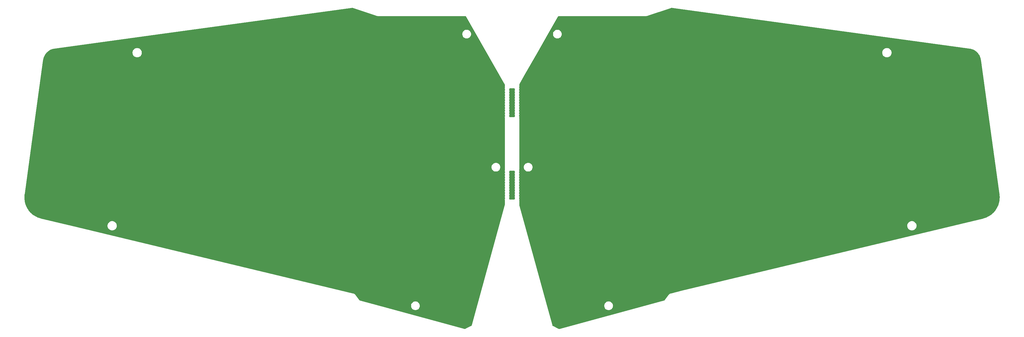
<source format=gbr>
%TF.GenerationSoftware,KiCad,Pcbnew,(6.0.1)*%
%TF.CreationDate,2022-02-27T14:41:52+09:00*%
%TF.ProjectId,ergotonic_f24_bottom,6572676f-746f-46e6-9963-5f6632345f62,rev?*%
%TF.SameCoordinates,Original*%
%TF.FileFunction,Copper,L1,Top*%
%TF.FilePolarity,Positive*%
%FSLAX46Y46*%
G04 Gerber Fmt 4.6, Leading zero omitted, Abs format (unit mm)*
G04 Created by KiCad (PCBNEW (6.0.1)) date 2022-02-27 14:41:52*
%MOMM*%
%LPD*%
G01*
G04 APERTURE LIST*
G04 APERTURE END LIST*
%TA.AperFunction,NonConductor*%
G36*
X830207Y-29692932D02*
G01*
X876700Y-29746588D01*
X887396Y-29785759D01*
X905364Y-29956712D01*
X963818Y-30128421D01*
X986492Y-30165276D01*
X1005149Y-30233775D01*
X985559Y-30298808D01*
X972503Y-30319382D01*
X972499Y-30319390D01*
X968727Y-30325334D01*
X966365Y-30331966D01*
X966365Y-30331967D01*
X910243Y-30489575D01*
X910242Y-30489580D01*
X907881Y-30496210D01*
X886404Y-30676320D01*
X905364Y-30856712D01*
X963818Y-31028421D01*
X986492Y-31065276D01*
X1005149Y-31133775D01*
X985559Y-31198808D01*
X972503Y-31219382D01*
X972499Y-31219390D01*
X968727Y-31225334D01*
X966365Y-31231966D01*
X966365Y-31231967D01*
X910243Y-31389575D01*
X910242Y-31389580D01*
X907881Y-31396210D01*
X886404Y-31576320D01*
X905364Y-31756712D01*
X963818Y-31928421D01*
X986492Y-31965276D01*
X1005149Y-32033775D01*
X985559Y-32098808D01*
X972503Y-32119382D01*
X972499Y-32119390D01*
X968727Y-32125334D01*
X966365Y-32131966D01*
X966365Y-32131967D01*
X910243Y-32289575D01*
X910242Y-32289580D01*
X907881Y-32296210D01*
X886404Y-32476320D01*
X905364Y-32656712D01*
X963818Y-32828421D01*
X986492Y-32865276D01*
X1005149Y-32933775D01*
X985559Y-32998808D01*
X972503Y-33019382D01*
X972499Y-33019390D01*
X968727Y-33025334D01*
X966365Y-33031966D01*
X966365Y-33031967D01*
X910243Y-33189575D01*
X910242Y-33189580D01*
X907881Y-33196210D01*
X886404Y-33376320D01*
X905364Y-33556712D01*
X963818Y-33728421D01*
X986492Y-33765276D01*
X1005149Y-33833775D01*
X985559Y-33898808D01*
X972503Y-33919382D01*
X972499Y-33919390D01*
X968727Y-33925334D01*
X966365Y-33931966D01*
X966365Y-33931967D01*
X910243Y-34089575D01*
X910242Y-34089580D01*
X907881Y-34096210D01*
X886404Y-34276320D01*
X905364Y-34456712D01*
X963818Y-34628421D01*
X986492Y-34665276D01*
X1005149Y-34733775D01*
X985559Y-34798808D01*
X972503Y-34819382D01*
X972499Y-34819390D01*
X968727Y-34825334D01*
X966365Y-34831966D01*
X966365Y-34831967D01*
X910243Y-34989575D01*
X910242Y-34989580D01*
X907881Y-34996210D01*
X886404Y-35176320D01*
X905364Y-35356712D01*
X963818Y-35528421D01*
X986492Y-35565276D01*
X1005149Y-35633775D01*
X985559Y-35698808D01*
X972503Y-35719382D01*
X972499Y-35719390D01*
X968727Y-35725334D01*
X966365Y-35731966D01*
X966365Y-35731967D01*
X910243Y-35889575D01*
X910242Y-35889580D01*
X907881Y-35896210D01*
X886404Y-36076320D01*
X905364Y-36256712D01*
X963818Y-36428421D01*
X986492Y-36465276D01*
X1005149Y-36533775D01*
X985559Y-36598808D01*
X972503Y-36619382D01*
X972499Y-36619390D01*
X968727Y-36625334D01*
X966365Y-36631966D01*
X966365Y-36631967D01*
X910243Y-36789575D01*
X910242Y-36789580D01*
X907881Y-36796210D01*
X886404Y-36976320D01*
X905364Y-37156712D01*
X963818Y-37328421D01*
X986492Y-37365276D01*
X1005149Y-37433775D01*
X985559Y-37498808D01*
X972503Y-37519382D01*
X972499Y-37519390D01*
X968727Y-37525334D01*
X966365Y-37531966D01*
X966365Y-37531967D01*
X910243Y-37689575D01*
X910242Y-37689580D01*
X907881Y-37696210D01*
X886404Y-37876320D01*
X905364Y-38056712D01*
X963818Y-38228421D01*
X986492Y-38265276D01*
X1005149Y-38333775D01*
X985559Y-38398808D01*
X972503Y-38419382D01*
X972499Y-38419390D01*
X968727Y-38425334D01*
X966365Y-38431966D01*
X966365Y-38431967D01*
X910243Y-38589575D01*
X910242Y-38589580D01*
X907881Y-38596210D01*
X886404Y-38776320D01*
X905364Y-38956712D01*
X963818Y-39128421D01*
X986492Y-39165276D01*
X1005149Y-39233775D01*
X985559Y-39298808D01*
X972503Y-39319382D01*
X972499Y-39319390D01*
X968727Y-39325334D01*
X966365Y-39331966D01*
X966365Y-39331967D01*
X910243Y-39489575D01*
X910242Y-39489580D01*
X907881Y-39496210D01*
X904006Y-39528709D01*
X901962Y-39545846D01*
X874034Y-39611119D01*
X815250Y-39650931D01*
X776848Y-39656926D01*
X-776185Y-39656926D01*
X-844306Y-39636924D01*
X-890799Y-39583268D01*
X-901495Y-39544097D01*
X-904628Y-39514288D01*
X-904628Y-39514286D01*
X-905364Y-39507288D01*
X-963818Y-39335579D01*
X-986492Y-39298724D01*
X-1005149Y-39230225D01*
X-985559Y-39165192D01*
X-972503Y-39144618D01*
X-972499Y-39144610D01*
X-968727Y-39138666D01*
X-965079Y-39128421D01*
X-910243Y-38974425D01*
X-910242Y-38974420D01*
X-907881Y-38967790D01*
X-886404Y-38787680D01*
X-905364Y-38607288D01*
X-963818Y-38435579D01*
X-986492Y-38398724D01*
X-1005149Y-38330225D01*
X-985559Y-38265192D01*
X-972503Y-38244618D01*
X-972499Y-38244610D01*
X-968727Y-38238666D01*
X-965079Y-38228421D01*
X-910243Y-38074425D01*
X-910242Y-38074420D01*
X-907881Y-38067790D01*
X-886404Y-37887680D01*
X-905364Y-37707288D01*
X-963818Y-37535579D01*
X-986492Y-37498724D01*
X-1005149Y-37430225D01*
X-985559Y-37365192D01*
X-972503Y-37344618D01*
X-972499Y-37344610D01*
X-968727Y-37338666D01*
X-965079Y-37328421D01*
X-910243Y-37174425D01*
X-910242Y-37174420D01*
X-907881Y-37167790D01*
X-886404Y-36987680D01*
X-905364Y-36807288D01*
X-963818Y-36635579D01*
X-986492Y-36598724D01*
X-1005149Y-36530225D01*
X-985559Y-36465192D01*
X-972503Y-36444618D01*
X-972499Y-36444610D01*
X-968727Y-36438666D01*
X-965079Y-36428421D01*
X-910243Y-36274425D01*
X-910242Y-36274420D01*
X-907881Y-36267790D01*
X-886404Y-36087680D01*
X-905364Y-35907288D01*
X-963818Y-35735579D01*
X-986492Y-35698724D01*
X-1005149Y-35630225D01*
X-985559Y-35565192D01*
X-972503Y-35544618D01*
X-972499Y-35544610D01*
X-968727Y-35538666D01*
X-965079Y-35528421D01*
X-910243Y-35374425D01*
X-910242Y-35374420D01*
X-907881Y-35367790D01*
X-886404Y-35187680D01*
X-905364Y-35007288D01*
X-963818Y-34835579D01*
X-986492Y-34798724D01*
X-1005149Y-34730225D01*
X-985559Y-34665192D01*
X-972503Y-34644618D01*
X-972499Y-34644610D01*
X-968727Y-34638666D01*
X-965079Y-34628421D01*
X-910243Y-34474425D01*
X-910242Y-34474420D01*
X-907881Y-34467790D01*
X-886404Y-34287680D01*
X-905364Y-34107288D01*
X-963818Y-33935579D01*
X-986492Y-33898724D01*
X-1005149Y-33830225D01*
X-985559Y-33765192D01*
X-972503Y-33744618D01*
X-972499Y-33744610D01*
X-968727Y-33738666D01*
X-965079Y-33728421D01*
X-910243Y-33574425D01*
X-910242Y-33574420D01*
X-907881Y-33567790D01*
X-886404Y-33387680D01*
X-905364Y-33207288D01*
X-963818Y-33035579D01*
X-986492Y-32998724D01*
X-1005149Y-32930225D01*
X-985559Y-32865192D01*
X-972503Y-32844618D01*
X-972499Y-32844610D01*
X-968727Y-32838666D01*
X-965079Y-32828421D01*
X-910243Y-32674425D01*
X-910242Y-32674420D01*
X-907881Y-32667790D01*
X-886404Y-32487680D01*
X-905364Y-32307288D01*
X-963818Y-32135579D01*
X-986492Y-32098724D01*
X-1005149Y-32030225D01*
X-985559Y-31965192D01*
X-972503Y-31944618D01*
X-972499Y-31944610D01*
X-968727Y-31938666D01*
X-965079Y-31928421D01*
X-910243Y-31774425D01*
X-910242Y-31774420D01*
X-907881Y-31767790D01*
X-886404Y-31587680D01*
X-905364Y-31407288D01*
X-963818Y-31235579D01*
X-986492Y-31198724D01*
X-1005149Y-31130225D01*
X-985559Y-31065192D01*
X-972503Y-31044618D01*
X-972499Y-31044610D01*
X-968727Y-31038666D01*
X-965079Y-31028421D01*
X-910243Y-30874425D01*
X-910242Y-30874420D01*
X-907881Y-30867790D01*
X-886404Y-30687680D01*
X-905364Y-30507288D01*
X-963818Y-30335579D01*
X-986492Y-30298724D01*
X-1005149Y-30230225D01*
X-985559Y-30165192D01*
X-972503Y-30144618D01*
X-972499Y-30144610D01*
X-968727Y-30138666D01*
X-965079Y-30128421D01*
X-910243Y-29974425D01*
X-910242Y-29974420D01*
X-907881Y-29967790D01*
X-886404Y-29787680D01*
X-884219Y-29787941D01*
X-866777Y-29730060D01*
X-812793Y-29683948D01*
X-761264Y-29672930D01*
X762086Y-29672930D01*
X830207Y-29692932D01*
G37*
%TD.AperFunction*%
%TA.AperFunction,NonConductor*%
G36*
X832001Y-58245000D02*
G01*
X878494Y-58298656D01*
X889190Y-58337827D01*
X905364Y-58491712D01*
X963818Y-58663421D01*
X986492Y-58700276D01*
X1005149Y-58768775D01*
X985559Y-58833808D01*
X972503Y-58854382D01*
X972499Y-58854390D01*
X968727Y-58860334D01*
X966365Y-58866966D01*
X966365Y-58866967D01*
X910243Y-59024575D01*
X910242Y-59024580D01*
X907881Y-59031210D01*
X886404Y-59211320D01*
X905364Y-59391712D01*
X963818Y-59563421D01*
X986492Y-59600276D01*
X1005149Y-59668775D01*
X985559Y-59733808D01*
X972503Y-59754382D01*
X972499Y-59754390D01*
X968727Y-59760334D01*
X966365Y-59766966D01*
X966365Y-59766967D01*
X910243Y-59924575D01*
X910242Y-59924580D01*
X907881Y-59931210D01*
X886404Y-60111320D01*
X905364Y-60291712D01*
X963818Y-60463421D01*
X986492Y-60500276D01*
X1005149Y-60568775D01*
X985559Y-60633808D01*
X972503Y-60654382D01*
X972499Y-60654390D01*
X968727Y-60660334D01*
X966365Y-60666966D01*
X966365Y-60666967D01*
X910243Y-60824575D01*
X910242Y-60824580D01*
X907881Y-60831210D01*
X886404Y-61011320D01*
X905364Y-61191712D01*
X963818Y-61363421D01*
X986492Y-61400276D01*
X1005149Y-61468775D01*
X985559Y-61533808D01*
X972503Y-61554382D01*
X972499Y-61554390D01*
X968727Y-61560334D01*
X966365Y-61566966D01*
X966365Y-61566967D01*
X910243Y-61724575D01*
X910242Y-61724580D01*
X907881Y-61731210D01*
X886404Y-61911320D01*
X905364Y-62091712D01*
X963818Y-62263421D01*
X986492Y-62300276D01*
X1005149Y-62368775D01*
X985559Y-62433808D01*
X972503Y-62454382D01*
X972499Y-62454390D01*
X968727Y-62460334D01*
X966365Y-62466966D01*
X966365Y-62466967D01*
X910243Y-62624575D01*
X910242Y-62624580D01*
X907881Y-62631210D01*
X886404Y-62811320D01*
X905364Y-62991712D01*
X963818Y-63163421D01*
X986492Y-63200276D01*
X1005149Y-63268775D01*
X985559Y-63333808D01*
X972503Y-63354382D01*
X972499Y-63354390D01*
X968727Y-63360334D01*
X966365Y-63366966D01*
X966365Y-63366967D01*
X910243Y-63524575D01*
X910242Y-63524580D01*
X907881Y-63531210D01*
X886404Y-63711320D01*
X905364Y-63891712D01*
X963818Y-64063421D01*
X986492Y-64100276D01*
X1005149Y-64168775D01*
X985559Y-64233808D01*
X972503Y-64254382D01*
X972499Y-64254390D01*
X968727Y-64260334D01*
X966365Y-64266966D01*
X966365Y-64266967D01*
X910243Y-64424575D01*
X910242Y-64424580D01*
X907881Y-64431210D01*
X886404Y-64611320D01*
X905364Y-64791712D01*
X963818Y-64963421D01*
X986492Y-65000276D01*
X1005149Y-65068775D01*
X985559Y-65133808D01*
X972503Y-65154382D01*
X972499Y-65154390D01*
X968727Y-65160334D01*
X966365Y-65166966D01*
X966365Y-65166967D01*
X910243Y-65324575D01*
X910242Y-65324580D01*
X907881Y-65331210D01*
X886404Y-65511320D01*
X905364Y-65691712D01*
X963818Y-65863421D01*
X986492Y-65900276D01*
X1005149Y-65968775D01*
X985559Y-66033808D01*
X972503Y-66054382D01*
X972499Y-66054390D01*
X968727Y-66060334D01*
X966365Y-66066966D01*
X966365Y-66066967D01*
X910243Y-66224575D01*
X910242Y-66224580D01*
X907881Y-66231210D01*
X907048Y-66238198D01*
X907047Y-66238201D01*
X897542Y-66317912D01*
X886404Y-66411320D01*
X887140Y-66418323D01*
X887140Y-66418324D01*
X893261Y-66476556D01*
X905364Y-66591712D01*
X963818Y-66763421D01*
X986492Y-66800276D01*
X1005149Y-66868775D01*
X985559Y-66933808D01*
X972503Y-66954382D01*
X972499Y-66954390D01*
X968727Y-66960334D01*
X966365Y-66966966D01*
X966365Y-66966967D01*
X910243Y-67124575D01*
X910242Y-67124580D01*
X907881Y-67131210D01*
X907048Y-67138198D01*
X907047Y-67138201D01*
X892368Y-67261302D01*
X886404Y-67311320D01*
X905364Y-67491712D01*
X963818Y-67663421D01*
X986492Y-67700276D01*
X1005149Y-67768775D01*
X985559Y-67833808D01*
X972503Y-67854382D01*
X972499Y-67854390D01*
X968727Y-67860334D01*
X966365Y-67866966D01*
X966365Y-67866967D01*
X910243Y-68024575D01*
X910242Y-68024580D01*
X907881Y-68031210D01*
X907048Y-68038198D01*
X907047Y-68038201D01*
X899927Y-68097913D01*
X871999Y-68163186D01*
X813216Y-68202999D01*
X774813Y-68208994D01*
X-774391Y-68208994D01*
X-842512Y-68188992D01*
X-889005Y-68135336D01*
X-899701Y-68096165D01*
X-904628Y-68049288D01*
X-904628Y-68049286D01*
X-905364Y-68042288D01*
X-963818Y-67870579D01*
X-986492Y-67833724D01*
X-1005149Y-67765225D01*
X-985559Y-67700192D01*
X-972503Y-67679618D01*
X-972499Y-67679610D01*
X-968727Y-67673666D01*
X-965079Y-67663421D01*
X-910243Y-67509425D01*
X-910242Y-67509420D01*
X-907881Y-67502790D01*
X-886404Y-67322680D01*
X-899954Y-67193759D01*
X-904628Y-67149288D01*
X-904629Y-67149286D01*
X-905364Y-67142288D01*
X-963818Y-66970579D01*
X-986492Y-66933724D01*
X-1005149Y-66865225D01*
X-985559Y-66800192D01*
X-972503Y-66779618D01*
X-972499Y-66779610D01*
X-968727Y-66773666D01*
X-965079Y-66763421D01*
X-910243Y-66609425D01*
X-910242Y-66609420D01*
X-907881Y-66602790D01*
X-886404Y-66422680D01*
X-890421Y-66384457D01*
X-904628Y-66249288D01*
X-904629Y-66249286D01*
X-905364Y-66242288D01*
X-963818Y-66070579D01*
X-986492Y-66033724D01*
X-1005149Y-65965225D01*
X-985559Y-65900192D01*
X-972503Y-65879618D01*
X-972499Y-65879610D01*
X-968727Y-65873666D01*
X-965079Y-65863421D01*
X-910243Y-65709425D01*
X-910242Y-65709420D01*
X-907881Y-65702790D01*
X-886404Y-65522680D01*
X-905364Y-65342288D01*
X-963818Y-65170579D01*
X-986492Y-65133724D01*
X-1005149Y-65065225D01*
X-985559Y-65000192D01*
X-972503Y-64979618D01*
X-972499Y-64979610D01*
X-968727Y-64973666D01*
X-965079Y-64963421D01*
X-910243Y-64809425D01*
X-910242Y-64809420D01*
X-907881Y-64802790D01*
X-886404Y-64622680D01*
X-905364Y-64442288D01*
X-963818Y-64270579D01*
X-986492Y-64233724D01*
X-1005149Y-64165225D01*
X-985559Y-64100192D01*
X-972503Y-64079618D01*
X-972499Y-64079610D01*
X-968727Y-64073666D01*
X-965079Y-64063421D01*
X-910243Y-63909425D01*
X-910242Y-63909420D01*
X-907881Y-63902790D01*
X-886404Y-63722680D01*
X-905364Y-63542288D01*
X-963818Y-63370579D01*
X-986492Y-63333724D01*
X-1005149Y-63265225D01*
X-985559Y-63200192D01*
X-972503Y-63179618D01*
X-972499Y-63179610D01*
X-968727Y-63173666D01*
X-965079Y-63163421D01*
X-910243Y-63009425D01*
X-910242Y-63009420D01*
X-907881Y-63002790D01*
X-886404Y-62822680D01*
X-905364Y-62642288D01*
X-963818Y-62470579D01*
X-986492Y-62433724D01*
X-1005149Y-62365225D01*
X-985559Y-62300192D01*
X-972503Y-62279618D01*
X-972499Y-62279610D01*
X-968727Y-62273666D01*
X-965079Y-62263421D01*
X-910243Y-62109425D01*
X-910242Y-62109420D01*
X-907881Y-62102790D01*
X-886404Y-61922680D01*
X-905364Y-61742288D01*
X-963818Y-61570579D01*
X-986492Y-61533724D01*
X-1005149Y-61465225D01*
X-985559Y-61400192D01*
X-972503Y-61379618D01*
X-972499Y-61379610D01*
X-968727Y-61373666D01*
X-965079Y-61363421D01*
X-910243Y-61209425D01*
X-910242Y-61209420D01*
X-907881Y-61202790D01*
X-886404Y-61022680D01*
X-905364Y-60842288D01*
X-963818Y-60670579D01*
X-986492Y-60633724D01*
X-1005149Y-60565225D01*
X-985559Y-60500192D01*
X-972503Y-60479618D01*
X-972499Y-60479610D01*
X-968727Y-60473666D01*
X-965079Y-60463421D01*
X-910243Y-60309425D01*
X-910242Y-60309420D01*
X-907881Y-60302790D01*
X-886404Y-60122680D01*
X-905364Y-59942288D01*
X-963818Y-59770579D01*
X-986492Y-59733724D01*
X-1005149Y-59665225D01*
X-985559Y-59600192D01*
X-972503Y-59579618D01*
X-972499Y-59579610D01*
X-968727Y-59573666D01*
X-965079Y-59563421D01*
X-910243Y-59409425D01*
X-910242Y-59409420D01*
X-907881Y-59402790D01*
X-886404Y-59222680D01*
X-905364Y-59042288D01*
X-963818Y-58870579D01*
X-986492Y-58833724D01*
X-1005149Y-58765225D01*
X-985559Y-58700192D01*
X-972503Y-58679618D01*
X-972499Y-58679610D01*
X-968727Y-58673666D01*
X-965079Y-58663421D01*
X-910243Y-58509425D01*
X-910242Y-58509420D01*
X-907881Y-58502790D01*
X-902201Y-58455161D01*
X-888002Y-58336079D01*
X-860075Y-58270806D01*
X-801291Y-58230993D01*
X-762888Y-58224998D01*
X763880Y-58224998D01*
X832001Y-58245000D01*
G37*
%TD.AperFunction*%
%TA.AperFunction,NonConductor*%
G36*
X55173153Y-1869369D02*
G01*
X55205080Y-1872103D01*
X55226081Y-1873902D01*
X55232417Y-1874606D01*
X158347236Y-15990637D01*
X158349823Y-15991019D01*
X158503990Y-16015393D01*
X158537167Y-16020639D01*
X158542311Y-16021562D01*
X158720395Y-16057351D01*
X158725484Y-16058483D01*
X158900816Y-16101334D01*
X158905840Y-16102673D01*
X158979586Y-16123956D01*
X159078210Y-16152419D01*
X159083108Y-16153943D01*
X159252437Y-16210445D01*
X159257239Y-16212158D01*
X159423367Y-16275262D01*
X159428079Y-16277163D01*
X159590812Y-16346695D01*
X159595476Y-16348801D01*
X159754689Y-16424617D01*
X159759248Y-16426902D01*
X159781176Y-16438455D01*
X159914864Y-16508889D01*
X159919291Y-16511337D01*
X160071074Y-16599299D01*
X160075394Y-16601920D01*
X160133399Y-16638726D01*
X160223241Y-16695734D01*
X160227448Y-16698523D01*
X160371181Y-16798019D01*
X160375265Y-16800969D01*
X160514732Y-16906001D01*
X160518686Y-16909104D01*
X160653737Y-17019521D01*
X160657535Y-17022754D01*
X160760328Y-17113863D01*
X160788003Y-17138392D01*
X160791689Y-17141792D01*
X160917408Y-17262488D01*
X160920954Y-17266031D01*
X160928762Y-17274148D01*
X161041789Y-17391651D01*
X161045188Y-17395327D01*
X161160961Y-17525693D01*
X161164199Y-17529490D01*
X161274745Y-17664432D01*
X161277853Y-17668384D01*
X161383006Y-17807733D01*
X161385953Y-17811804D01*
X161485619Y-17955481D01*
X161488390Y-17959652D01*
X161582362Y-18107434D01*
X161584968Y-18111720D01*
X161673097Y-18263452D01*
X161675538Y-18267856D01*
X161752039Y-18412717D01*
X161757674Y-18423388D01*
X161759959Y-18427937D01*
X161835091Y-18585315D01*
X161835929Y-18587071D01*
X161838036Y-18591726D01*
X161875215Y-18678504D01*
X161907718Y-18754371D01*
X161909639Y-18759119D01*
X161965225Y-18905028D01*
X161972894Y-18925158D01*
X161974629Y-18930008D01*
X162031291Y-19099265D01*
X162032826Y-19104188D01*
X162082738Y-19276508D01*
X162084081Y-19281530D01*
X162127085Y-19456746D01*
X162128223Y-19461835D01*
X162164195Y-19639941D01*
X162165124Y-19645087D01*
X162194924Y-19832382D01*
X162195308Y-19834970D01*
X165008279Y-40236243D01*
X168625942Y-66473603D01*
X168626306Y-66476496D01*
X168667173Y-66835431D01*
X168667705Y-66841347D01*
X168690584Y-67187204D01*
X168690820Y-67190778D01*
X168691073Y-67196719D01*
X168697622Y-67543883D01*
X168697594Y-67549807D01*
X168687892Y-67894191D01*
X168687588Y-67900083D01*
X168661947Y-68241352D01*
X168661370Y-68247198D01*
X168620093Y-68584933D01*
X168619250Y-68590715D01*
X168562642Y-68924495D01*
X168561543Y-68930181D01*
X168525436Y-69096196D01*
X168489888Y-69259638D01*
X168488528Y-69265263D01*
X168402152Y-69589847D01*
X168400545Y-69595376D01*
X168299719Y-69914758D01*
X168297869Y-69920184D01*
X168182915Y-70233845D01*
X168180833Y-70239151D01*
X168052021Y-70546726D01*
X168049732Y-70551862D01*
X168006004Y-70644321D01*
X167907390Y-70852830D01*
X167904850Y-70857903D01*
X167749260Y-71151859D01*
X167746499Y-71156803D01*
X167578002Y-71443228D01*
X167575037Y-71448018D01*
X167429381Y-71671974D01*
X167393910Y-71726512D01*
X167390722Y-71731181D01*
X167197308Y-72001234D01*
X167193913Y-72005757D01*
X166988463Y-72267004D01*
X166984863Y-72271375D01*
X166767780Y-72523246D01*
X166763980Y-72527460D01*
X166535477Y-72769620D01*
X166531500Y-72773649D01*
X166291937Y-73005594D01*
X166287761Y-73009457D01*
X166037475Y-73230720D01*
X166033094Y-73234419D01*
X165772345Y-73444598D01*
X165767781Y-73448108D01*
X165496899Y-73646743D01*
X165492155Y-73650057D01*
X165211440Y-73836710D01*
X165206525Y-73839817D01*
X164978753Y-73976549D01*
X164916266Y-74014060D01*
X164916254Y-74014067D01*
X164911179Y-74016956D01*
X164611643Y-74178364D01*
X164606442Y-74181012D01*
X164297892Y-74329159D01*
X164292526Y-74331582D01*
X163975295Y-74466004D01*
X163969788Y-74468187D01*
X163893816Y-74496245D01*
X163644077Y-74588477D01*
X163638490Y-74590393D01*
X163449528Y-74650211D01*
X163304591Y-74696092D01*
X163298868Y-74697756D01*
X163052624Y-74763071D01*
X162949741Y-74790360D01*
X162946876Y-74791084D01*
X58940212Y-99760839D01*
X55013244Y-100703619D01*
X55007514Y-100704828D01*
X55003058Y-100705291D01*
X54971538Y-100713602D01*
X54968989Y-100714244D01*
X54940253Y-100721143D01*
X54940252Y-100721143D01*
X54940246Y-100721120D01*
X54930165Y-100723629D01*
X54921368Y-100725239D01*
X54907241Y-100730165D01*
X54897917Y-100733015D01*
X54886450Y-100736038D01*
X54871653Y-100742295D01*
X54864070Y-100745216D01*
X54793542Y-100769807D01*
X54788268Y-100771517D01*
X54778526Y-100774440D01*
X54763335Y-100778998D01*
X54758942Y-100781098D01*
X54758140Y-100781408D01*
X54753356Y-100783378D01*
X54753395Y-100783469D01*
X54749292Y-100785236D01*
X54745050Y-100786715D01*
X54720982Y-100799176D01*
X54717398Y-100800960D01*
X54641852Y-100837077D01*
X54636747Y-100839379D01*
X54617421Y-100847584D01*
X54617410Y-100847589D01*
X54612934Y-100849490D01*
X54608797Y-100852061D01*
X54608334Y-100852301D01*
X54603304Y-100855055D01*
X54603348Y-100855132D01*
X54599447Y-100857350D01*
X54595404Y-100859283D01*
X54591678Y-100861768D01*
X54591673Y-100861771D01*
X54572980Y-100874239D01*
X54569586Y-100876424D01*
X54498797Y-100920409D01*
X54494001Y-100923243D01*
X54471452Y-100935897D01*
X54467628Y-100938901D01*
X54467289Y-100939127D01*
X54462436Y-100942525D01*
X54462487Y-100942595D01*
X54458863Y-100945221D01*
X54455048Y-100947592D01*
X54451606Y-100950480D01*
X54451607Y-100950480D01*
X54434445Y-100964883D01*
X54431280Y-100967453D01*
X54365672Y-101018990D01*
X54361208Y-101022339D01*
X54344108Y-101034587D01*
X54344104Y-101034590D01*
X54340145Y-101037426D01*
X54336673Y-101040834D01*
X54336181Y-101041247D01*
X54332011Y-101044912D01*
X54332072Y-101044980D01*
X54328754Y-101047991D01*
X54325225Y-101050763D01*
X54322125Y-101054007D01*
X54306565Y-101070290D01*
X54303725Y-101073168D01*
X54243754Y-101132023D01*
X54239745Y-101135790D01*
X54220317Y-101153255D01*
X54217242Y-101157026D01*
X54216508Y-101157796D01*
X54213243Y-101161377D01*
X54213320Y-101161445D01*
X54210357Y-101164798D01*
X54207156Y-101167940D01*
X54204435Y-101171500D01*
X54204430Y-101171506D01*
X54190644Y-101189545D01*
X54188184Y-101192661D01*
X54145241Y-101245325D01*
X54136903Y-101254576D01*
X54134638Y-101256852D01*
X54134630Y-101256861D01*
X54131199Y-101260309D01*
X54128336Y-101264248D01*
X54128335Y-101264249D01*
X54118290Y-101278069D01*
X54114021Y-101283612D01*
X54102095Y-101298238D01*
X54099786Y-101302074D01*
X54099784Y-101302077D01*
X54097513Y-101305850D01*
X54091483Y-101314950D01*
X52858172Y-103011746D01*
X52856573Y-103013898D01*
X52849114Y-103023714D01*
X52843170Y-103030960D01*
X52810787Y-103067571D01*
X52801444Y-103077071D01*
X52773057Y-103103031D01*
X52762810Y-103111455D01*
X52731890Y-103134251D01*
X52720814Y-103141550D01*
X52687678Y-103160962D01*
X52675871Y-103167066D01*
X52640769Y-103182927D01*
X52628317Y-103187776D01*
X52575284Y-103205250D01*
X52568875Y-103207174D01*
X16461959Y-113011358D01*
X16456403Y-113012731D01*
X16412948Y-113022416D01*
X16409422Y-113023202D01*
X16398087Y-113025190D01*
X16387487Y-113026553D01*
X16365120Y-113029430D01*
X16353719Y-113030372D01*
X16320629Y-113031597D01*
X16309229Y-113031502D01*
X16276206Y-113029729D01*
X16264876Y-113028605D01*
X16236284Y-113024455D01*
X16232172Y-113023858D01*
X16220963Y-113021708D01*
X16188767Y-113014007D01*
X16177762Y-113010840D01*
X16146281Y-113000208D01*
X16135561Y-112996033D01*
X16091560Y-112976537D01*
X16086342Y-112974080D01*
X16015786Y-112938870D01*
X14198353Y-112031911D01*
X14192494Y-112028791D01*
X14164528Y-112012935D01*
X14144073Y-112001337D01*
X14132875Y-111994183D01*
X14132869Y-111994179D01*
X14101741Y-111971893D01*
X14091441Y-111963669D01*
X14068271Y-111943092D01*
X14062957Y-111938373D01*
X14053599Y-111929146D01*
X14027947Y-111901066D01*
X14019613Y-111890929D01*
X13997030Y-111860346D01*
X13989783Y-111849377D01*
X13970468Y-111816536D01*
X13964380Y-111804820D01*
X13948531Y-111769970D01*
X13943675Y-111757600D01*
X13926113Y-111704835D01*
X13924173Y-111698447D01*
X12491203Y-106486522D01*
X12080324Y-104992094D01*
X31907765Y-104992094D01*
X31926388Y-105228727D01*
X31927542Y-105233534D01*
X31927543Y-105233540D01*
X31957632Y-105358868D01*
X31981800Y-105459533D01*
X31983693Y-105464104D01*
X31983694Y-105464106D01*
X31990411Y-105480321D01*
X32072635Y-105678829D01*
X32196658Y-105881215D01*
X32350814Y-106061708D01*
X32531307Y-106215864D01*
X32733693Y-106339887D01*
X32738263Y-106341780D01*
X32738265Y-106341781D01*
X32948416Y-106428828D01*
X32952989Y-106430722D01*
X33034088Y-106450192D01*
X33178982Y-106484979D01*
X33178988Y-106484980D01*
X33183795Y-106486134D01*
X33420428Y-106504757D01*
X33657061Y-106486134D01*
X33661868Y-106484980D01*
X33661874Y-106484979D01*
X33806768Y-106450192D01*
X33887867Y-106430722D01*
X33892440Y-106428828D01*
X34102591Y-106341781D01*
X34102593Y-106341780D01*
X34107163Y-106339887D01*
X34309549Y-106215864D01*
X34490042Y-106061708D01*
X34644198Y-105881215D01*
X34768221Y-105678829D01*
X34850446Y-105480321D01*
X34857162Y-105464106D01*
X34857163Y-105464104D01*
X34859056Y-105459533D01*
X34883224Y-105358868D01*
X34913313Y-105233540D01*
X34913314Y-105233534D01*
X34914468Y-105228727D01*
X34933091Y-104992094D01*
X34914468Y-104755461D01*
X34913314Y-104750654D01*
X34913313Y-104750648D01*
X34878526Y-104605754D01*
X34859056Y-104524655D01*
X34768221Y-104305359D01*
X34644198Y-104102973D01*
X34640985Y-104099211D01*
X34493250Y-103926236D01*
X34490042Y-103922480D01*
X34309549Y-103768324D01*
X34107163Y-103644301D01*
X34102593Y-103642408D01*
X34102591Y-103642407D01*
X33892440Y-103555360D01*
X33892438Y-103555359D01*
X33887867Y-103553466D01*
X33806768Y-103533996D01*
X33661874Y-103499209D01*
X33661868Y-103499208D01*
X33657061Y-103498054D01*
X33420428Y-103479431D01*
X33183795Y-103498054D01*
X33178988Y-103499208D01*
X33178982Y-103499209D01*
X33034088Y-103533996D01*
X32952989Y-103553466D01*
X32948418Y-103555359D01*
X32948416Y-103555360D01*
X32738265Y-103642407D01*
X32738263Y-103642408D01*
X32733693Y-103644301D01*
X32531307Y-103768324D01*
X32350814Y-103922480D01*
X32347606Y-103926236D01*
X32199871Y-104099211D01*
X32196658Y-104102973D01*
X32072635Y-104305359D01*
X31981800Y-104524655D01*
X31962330Y-104605754D01*
X31927543Y-104750648D01*
X31927542Y-104750654D01*
X31926388Y-104755461D01*
X31908238Y-104986083D01*
X31907765Y-104992094D01*
X12080324Y-104992094D01*
X4464648Y-77292745D01*
X136717648Y-77292745D01*
X136737506Y-77545069D01*
X136738660Y-77549876D01*
X136738661Y-77549882D01*
X136776163Y-77706090D01*
X136796592Y-77791181D01*
X136798485Y-77795752D01*
X136798486Y-77795754D01*
X136835348Y-77884745D01*
X136893451Y-78025019D01*
X137025698Y-78240826D01*
X137190077Y-78433288D01*
X137382539Y-78597667D01*
X137598346Y-78729914D01*
X137602916Y-78731807D01*
X137602920Y-78731809D01*
X137827611Y-78824879D01*
X137832184Y-78826773D01*
X137917275Y-78847202D01*
X138073483Y-78884704D01*
X138073489Y-78884705D01*
X138078296Y-78885859D01*
X138330620Y-78905717D01*
X138582944Y-78885859D01*
X138587751Y-78884705D01*
X138587757Y-78884704D01*
X138743965Y-78847202D01*
X138829056Y-78826773D01*
X138833629Y-78824879D01*
X139058320Y-78731809D01*
X139058324Y-78731807D01*
X139062894Y-78729914D01*
X139278701Y-78597667D01*
X139471163Y-78433288D01*
X139635542Y-78240826D01*
X139767789Y-78025019D01*
X139825893Y-77884745D01*
X139862754Y-77795754D01*
X139862755Y-77795752D01*
X139864648Y-77791181D01*
X139885077Y-77706090D01*
X139922579Y-77549882D01*
X139922580Y-77549876D01*
X139923734Y-77545069D01*
X139943592Y-77292745D01*
X139923734Y-77040421D01*
X139913249Y-76996745D01*
X139865803Y-76799121D01*
X139864648Y-76794309D01*
X139834248Y-76720917D01*
X139769684Y-76565045D01*
X139769682Y-76565041D01*
X139767789Y-76560471D01*
X139635542Y-76344664D01*
X139471163Y-76152202D01*
X139278701Y-75987823D01*
X139062894Y-75855576D01*
X139058324Y-75853683D01*
X139058320Y-75853681D01*
X138833629Y-75760611D01*
X138833627Y-75760610D01*
X138829056Y-75758717D01*
X138743965Y-75738288D01*
X138587757Y-75700786D01*
X138587751Y-75700785D01*
X138582944Y-75699631D01*
X138330620Y-75679773D01*
X138078296Y-75699631D01*
X138073489Y-75700785D01*
X138073483Y-75700786D01*
X137917275Y-75738288D01*
X137832184Y-75758717D01*
X137827613Y-75760610D01*
X137827611Y-75760611D01*
X137602920Y-75853681D01*
X137602916Y-75853683D01*
X137598346Y-75855576D01*
X137382539Y-75987823D01*
X137190077Y-76152202D01*
X137025698Y-76344664D01*
X136893451Y-76560471D01*
X136891558Y-76565041D01*
X136891556Y-76565045D01*
X136826992Y-76720917D01*
X136796592Y-76794309D01*
X136795437Y-76799121D01*
X136747992Y-76996745D01*
X136737506Y-77040421D01*
X136717648Y-77292745D01*
X4464648Y-77292745D01*
X2529222Y-70253310D01*
X2527931Y-70248196D01*
X2518373Y-70206692D01*
X2516361Y-70195780D01*
X2511544Y-70161162D01*
X2510476Y-70149599D01*
X2508249Y-70101290D01*
X2508115Y-70095488D01*
X2508115Y-68725696D01*
X2508117Y-68724926D01*
X2508536Y-68656316D01*
X2508591Y-68647342D01*
X2506125Y-68638713D01*
X2506124Y-68638708D01*
X2500476Y-68618946D01*
X2496898Y-68602185D01*
X2493985Y-68581842D01*
X2493982Y-68581832D01*
X2492710Y-68572949D01*
X2482094Y-68549599D01*
X2475650Y-68532083D01*
X2473583Y-68524850D01*
X2476034Y-68447962D01*
X2489757Y-68409425D01*
X2489758Y-68409420D01*
X2492119Y-68402790D01*
X2503476Y-68307553D01*
X2511021Y-68244272D01*
X2513596Y-68222680D01*
X2511667Y-68204327D01*
X2495372Y-68049288D01*
X2495371Y-68049286D01*
X2494636Y-68042288D01*
X2436182Y-67870579D01*
X2413508Y-67833724D01*
X2394851Y-67765225D01*
X2414441Y-67700192D01*
X2427497Y-67679618D01*
X2427501Y-67679610D01*
X2431273Y-67673666D01*
X2434921Y-67663421D01*
X2489757Y-67509425D01*
X2489758Y-67509420D01*
X2492119Y-67502790D01*
X2513596Y-67322680D01*
X2500046Y-67193759D01*
X2495372Y-67149288D01*
X2495371Y-67149286D01*
X2494636Y-67142288D01*
X2436182Y-66970579D01*
X2413508Y-66933724D01*
X2394851Y-66865225D01*
X2414441Y-66800192D01*
X2427497Y-66779618D01*
X2427501Y-66779610D01*
X2431273Y-66773666D01*
X2434921Y-66763421D01*
X2489757Y-66609425D01*
X2489758Y-66609420D01*
X2492119Y-66602790D01*
X2513596Y-66422680D01*
X2509579Y-66384457D01*
X2495372Y-66249288D01*
X2495371Y-66249286D01*
X2494636Y-66242288D01*
X2436182Y-66070579D01*
X2413508Y-66033724D01*
X2394851Y-65965225D01*
X2414441Y-65900192D01*
X2427497Y-65879618D01*
X2427501Y-65879610D01*
X2431273Y-65873666D01*
X2434921Y-65863421D01*
X2489757Y-65709425D01*
X2489758Y-65709420D01*
X2492119Y-65702790D01*
X2513596Y-65522680D01*
X2494636Y-65342288D01*
X2436182Y-65170579D01*
X2413508Y-65133724D01*
X2394851Y-65065225D01*
X2414441Y-65000192D01*
X2427497Y-64979618D01*
X2427501Y-64979610D01*
X2431273Y-64973666D01*
X2434921Y-64963421D01*
X2489757Y-64809425D01*
X2489758Y-64809420D01*
X2492119Y-64802790D01*
X2513596Y-64622680D01*
X2494636Y-64442288D01*
X2436182Y-64270579D01*
X2413508Y-64233724D01*
X2394851Y-64165225D01*
X2414441Y-64100192D01*
X2427497Y-64079618D01*
X2427501Y-64079610D01*
X2431273Y-64073666D01*
X2434921Y-64063421D01*
X2489757Y-63909425D01*
X2489758Y-63909420D01*
X2492119Y-63902790D01*
X2513596Y-63722680D01*
X2494636Y-63542288D01*
X2436182Y-63370579D01*
X2413508Y-63333724D01*
X2394851Y-63265225D01*
X2414441Y-63200192D01*
X2427497Y-63179618D01*
X2427501Y-63179610D01*
X2431273Y-63173666D01*
X2434921Y-63163421D01*
X2489757Y-63009425D01*
X2489758Y-63009420D01*
X2492119Y-63002790D01*
X2513596Y-62822680D01*
X2494636Y-62642288D01*
X2436182Y-62470579D01*
X2413508Y-62433724D01*
X2394851Y-62365225D01*
X2414441Y-62300192D01*
X2427497Y-62279618D01*
X2427501Y-62279610D01*
X2431273Y-62273666D01*
X2434921Y-62263421D01*
X2489757Y-62109425D01*
X2489758Y-62109420D01*
X2492119Y-62102790D01*
X2513596Y-61922680D01*
X2494636Y-61742288D01*
X2436182Y-61570579D01*
X2413508Y-61533724D01*
X2394851Y-61465225D01*
X2414441Y-61400192D01*
X2427497Y-61379618D01*
X2427501Y-61379610D01*
X2431273Y-61373666D01*
X2434921Y-61363421D01*
X2489757Y-61209425D01*
X2489758Y-61209420D01*
X2492119Y-61202790D01*
X2513596Y-61022680D01*
X2494636Y-60842288D01*
X2436182Y-60670579D01*
X2413508Y-60633724D01*
X2394851Y-60565225D01*
X2414441Y-60500192D01*
X2427497Y-60479618D01*
X2427501Y-60479610D01*
X2431273Y-60473666D01*
X2434921Y-60463421D01*
X2489757Y-60309425D01*
X2489758Y-60309420D01*
X2492119Y-60302790D01*
X2513596Y-60122680D01*
X2494636Y-59942288D01*
X2436182Y-59770579D01*
X2413508Y-59733724D01*
X2394851Y-59665225D01*
X2414441Y-59600192D01*
X2427497Y-59579618D01*
X2427501Y-59579610D01*
X2431273Y-59573666D01*
X2434921Y-59563421D01*
X2489757Y-59409425D01*
X2489758Y-59409420D01*
X2492119Y-59402790D01*
X2513596Y-59222680D01*
X2494636Y-59042288D01*
X2436182Y-58870579D01*
X2413508Y-58833724D01*
X2394851Y-58765225D01*
X2414441Y-58700192D01*
X2427497Y-58679618D01*
X2427501Y-58679610D01*
X2431273Y-58673666D01*
X2434921Y-58663421D01*
X2489757Y-58509425D01*
X2489758Y-58509420D01*
X2492119Y-58502790D01*
X2497799Y-58455161D01*
X2512762Y-58329673D01*
X2513596Y-58322680D01*
X2508144Y-58270806D01*
X2495372Y-58149288D01*
X2495371Y-58149286D01*
X2494636Y-58142288D01*
X2456972Y-58031649D01*
X2453954Y-57960716D01*
X2461515Y-57939202D01*
X2466008Y-57932271D01*
X2473356Y-57907702D01*
X2480018Y-57890257D01*
X2487099Y-57875175D01*
X2487099Y-57875174D01*
X2490914Y-57867049D01*
X2495458Y-57837865D01*
X2499241Y-57821149D01*
X2505129Y-57801460D01*
X2507702Y-57792857D01*
X2507912Y-57758441D01*
X2507945Y-57757669D01*
X2508115Y-57756574D01*
X2508115Y-57725707D01*
X2508117Y-57724937D01*
X2508567Y-57651287D01*
X2508567Y-57651286D01*
X2508591Y-57647346D01*
X2508207Y-57646001D01*
X2508115Y-57644655D01*
X2508114Y-57018427D01*
X4074177Y-57018427D01*
X4092800Y-57255060D01*
X4093954Y-57259867D01*
X4093955Y-57259873D01*
X4124044Y-57385201D01*
X4148212Y-57485866D01*
X4150105Y-57490437D01*
X4150106Y-57490439D01*
X4156823Y-57506654D01*
X4239047Y-57705162D01*
X4363070Y-57907548D01*
X4366283Y-57911310D01*
X4469063Y-58031649D01*
X4517226Y-58088041D01*
X4697719Y-58242197D01*
X4900105Y-58366220D01*
X4904675Y-58368113D01*
X4904677Y-58368114D01*
X5114828Y-58455161D01*
X5119401Y-58457055D01*
X5200500Y-58476525D01*
X5345394Y-58511312D01*
X5345400Y-58511313D01*
X5350207Y-58512467D01*
X5586840Y-58531090D01*
X5823473Y-58512467D01*
X5828280Y-58511313D01*
X5828286Y-58511312D01*
X5973180Y-58476525D01*
X6054279Y-58457055D01*
X6058852Y-58455161D01*
X6269003Y-58368114D01*
X6269005Y-58368113D01*
X6273575Y-58366220D01*
X6475961Y-58242197D01*
X6656454Y-58088041D01*
X6704618Y-58031649D01*
X6807397Y-57911310D01*
X6810610Y-57907548D01*
X6934633Y-57705162D01*
X7016858Y-57506654D01*
X7023574Y-57490439D01*
X7023575Y-57490437D01*
X7025468Y-57485866D01*
X7049636Y-57385201D01*
X7079725Y-57259873D01*
X7079726Y-57259867D01*
X7080880Y-57255060D01*
X7099503Y-57018427D01*
X7080880Y-56781794D01*
X7079726Y-56776987D01*
X7079725Y-56776981D01*
X7044938Y-56632087D01*
X7025468Y-56550988D01*
X6934633Y-56331692D01*
X6810610Y-56129306D01*
X6656454Y-55948813D01*
X6475961Y-55794657D01*
X6273575Y-55670634D01*
X6269005Y-55668741D01*
X6269003Y-55668740D01*
X6058852Y-55581693D01*
X6058850Y-55581692D01*
X6054279Y-55579799D01*
X5973180Y-55560329D01*
X5828286Y-55525542D01*
X5828280Y-55525541D01*
X5823473Y-55524387D01*
X5586840Y-55505764D01*
X5350207Y-55524387D01*
X5345400Y-55525541D01*
X5345394Y-55525542D01*
X5200500Y-55560329D01*
X5119401Y-55579799D01*
X5114830Y-55581692D01*
X5114828Y-55581693D01*
X4904677Y-55668740D01*
X4904675Y-55668741D01*
X4900105Y-55670634D01*
X4697719Y-55794657D01*
X4517226Y-55948813D01*
X4363070Y-56129306D01*
X4239047Y-56331692D01*
X4148212Y-56550988D01*
X4128742Y-56632087D01*
X4093955Y-56776981D01*
X4093954Y-56776987D01*
X4092800Y-56781794D01*
X4074650Y-57012416D01*
X4074177Y-57018427D01*
X2508114Y-57018427D01*
X2508093Y-40173619D01*
X2508095Y-40172849D01*
X2508514Y-40104245D01*
X2508569Y-40095274D01*
X2504336Y-40080462D01*
X2500452Y-40066869D01*
X2496875Y-40050113D01*
X2493961Y-40029767D01*
X2493961Y-40029766D01*
X2492688Y-40020880D01*
X2488971Y-40012704D01*
X2482894Y-39999337D01*
X2472909Y-39929046D01*
X2478897Y-39904922D01*
X2489757Y-39874425D01*
X2489758Y-39874420D01*
X2492119Y-39867790D01*
X2513596Y-39687680D01*
X2509734Y-39650931D01*
X2495372Y-39514288D01*
X2495371Y-39514286D01*
X2494636Y-39507288D01*
X2436182Y-39335579D01*
X2413508Y-39298724D01*
X2394851Y-39230225D01*
X2414441Y-39165192D01*
X2427497Y-39144618D01*
X2427501Y-39144610D01*
X2431273Y-39138666D01*
X2434921Y-39128421D01*
X2489757Y-38974425D01*
X2489758Y-38974420D01*
X2492119Y-38967790D01*
X2513596Y-38787680D01*
X2494636Y-38607288D01*
X2436182Y-38435579D01*
X2413508Y-38398724D01*
X2394851Y-38330225D01*
X2414441Y-38265192D01*
X2427497Y-38244618D01*
X2427501Y-38244610D01*
X2431273Y-38238666D01*
X2434921Y-38228421D01*
X2489757Y-38074425D01*
X2489758Y-38074420D01*
X2492119Y-38067790D01*
X2513596Y-37887680D01*
X2494636Y-37707288D01*
X2436182Y-37535579D01*
X2413508Y-37498724D01*
X2394851Y-37430225D01*
X2414441Y-37365192D01*
X2427497Y-37344618D01*
X2427501Y-37344610D01*
X2431273Y-37338666D01*
X2434921Y-37328421D01*
X2489757Y-37174425D01*
X2489758Y-37174420D01*
X2492119Y-37167790D01*
X2513596Y-36987680D01*
X2494636Y-36807288D01*
X2436182Y-36635579D01*
X2413508Y-36598724D01*
X2394851Y-36530225D01*
X2414441Y-36465192D01*
X2427497Y-36444618D01*
X2427501Y-36444610D01*
X2431273Y-36438666D01*
X2434921Y-36428421D01*
X2489757Y-36274425D01*
X2489758Y-36274420D01*
X2492119Y-36267790D01*
X2513596Y-36087680D01*
X2494636Y-35907288D01*
X2436182Y-35735579D01*
X2413508Y-35698724D01*
X2394851Y-35630225D01*
X2414441Y-35565192D01*
X2427497Y-35544618D01*
X2427501Y-35544610D01*
X2431273Y-35538666D01*
X2434921Y-35528421D01*
X2489757Y-35374425D01*
X2489758Y-35374420D01*
X2492119Y-35367790D01*
X2513596Y-35187680D01*
X2494636Y-35007288D01*
X2436182Y-34835579D01*
X2413508Y-34798724D01*
X2394851Y-34730225D01*
X2414441Y-34665192D01*
X2427497Y-34644618D01*
X2427501Y-34644610D01*
X2431273Y-34638666D01*
X2434921Y-34628421D01*
X2489757Y-34474425D01*
X2489758Y-34474420D01*
X2492119Y-34467790D01*
X2513596Y-34287680D01*
X2494636Y-34107288D01*
X2436182Y-33935579D01*
X2413508Y-33898724D01*
X2394851Y-33830225D01*
X2414441Y-33765192D01*
X2427497Y-33744618D01*
X2427501Y-33744610D01*
X2431273Y-33738666D01*
X2434921Y-33728421D01*
X2489757Y-33574425D01*
X2489758Y-33574420D01*
X2492119Y-33567790D01*
X2513596Y-33387680D01*
X2494636Y-33207288D01*
X2436182Y-33035579D01*
X2413508Y-32998724D01*
X2394851Y-32930225D01*
X2414441Y-32865192D01*
X2427497Y-32844618D01*
X2427501Y-32844610D01*
X2431273Y-32838666D01*
X2434921Y-32828421D01*
X2489757Y-32674425D01*
X2489758Y-32674420D01*
X2492119Y-32667790D01*
X2513596Y-32487680D01*
X2494636Y-32307288D01*
X2436182Y-32135579D01*
X2413508Y-32098724D01*
X2394851Y-32030225D01*
X2414441Y-31965192D01*
X2427497Y-31944618D01*
X2427501Y-31944610D01*
X2431273Y-31938666D01*
X2434921Y-31928421D01*
X2489757Y-31774425D01*
X2489758Y-31774420D01*
X2492119Y-31767790D01*
X2513596Y-31587680D01*
X2494636Y-31407288D01*
X2436182Y-31235579D01*
X2413508Y-31198724D01*
X2394851Y-31130225D01*
X2414441Y-31065192D01*
X2427497Y-31044618D01*
X2427501Y-31044610D01*
X2431273Y-31038666D01*
X2434921Y-31028421D01*
X2489757Y-30874425D01*
X2489758Y-30874420D01*
X2492119Y-30867790D01*
X2513596Y-30687680D01*
X2494636Y-30507288D01*
X2436182Y-30335579D01*
X2413508Y-30298724D01*
X2394851Y-30230225D01*
X2414441Y-30165192D01*
X2427497Y-30144618D01*
X2427501Y-30144610D01*
X2431273Y-30138666D01*
X2434921Y-30128421D01*
X2489757Y-29974425D01*
X2489758Y-29974420D01*
X2492119Y-29967790D01*
X2513596Y-29787680D01*
X2503638Y-29692932D01*
X2495372Y-29614288D01*
X2495371Y-29614286D01*
X2494636Y-29607288D01*
X2453617Y-29486794D01*
X2450599Y-29415862D01*
X2458515Y-29393338D01*
X2461104Y-29387735D01*
X2465986Y-29380203D01*
X2470274Y-29365867D01*
X2473332Y-29355640D01*
X2479994Y-29338194D01*
X2487076Y-29323109D01*
X2490892Y-29314982D01*
X2495436Y-29285800D01*
X2499219Y-29269081D01*
X2505107Y-29249394D01*
X2505108Y-29249391D01*
X2507680Y-29240789D01*
X2507890Y-29206374D01*
X2507923Y-29205602D01*
X2508093Y-29204507D01*
X2508093Y-29173632D01*
X2508095Y-29172862D01*
X2508545Y-29099214D01*
X2508545Y-29099213D01*
X2508569Y-29095278D01*
X2508185Y-29093934D01*
X2508093Y-29092589D01*
X2508093Y-28460562D01*
X2508110Y-28458521D01*
X2508220Y-28451732D01*
X2508618Y-28443563D01*
X2512340Y-28397855D01*
X2513924Y-28385724D01*
X2520206Y-28350892D01*
X2522953Y-28338990D01*
X2527385Y-28323308D01*
X2532573Y-28304951D01*
X2536459Y-28293381D01*
X2549353Y-28260379D01*
X2554355Y-28249210D01*
X2577520Y-28203577D01*
X2580420Y-28198195D01*
X2766094Y-27872737D01*
X4404895Y-25000160D01*
X8757323Y-17371000D01*
X128069425Y-17371000D01*
X128089283Y-17623324D01*
X128090437Y-17628131D01*
X128090438Y-17628137D01*
X128100101Y-17668384D01*
X128148369Y-17869436D01*
X128150262Y-17874007D01*
X128150263Y-17874009D01*
X128204569Y-18005114D01*
X128245228Y-18103274D01*
X128377475Y-18319081D01*
X128541854Y-18511543D01*
X128734316Y-18675922D01*
X128950123Y-18808169D01*
X128954693Y-18810062D01*
X128954697Y-18810064D01*
X129179388Y-18903134D01*
X129183961Y-18905028D01*
X129267726Y-18925138D01*
X129425260Y-18962959D01*
X129425266Y-18962960D01*
X129430073Y-18964114D01*
X129682397Y-18983972D01*
X129934721Y-18964114D01*
X129939528Y-18962960D01*
X129939534Y-18962959D01*
X130097068Y-18925138D01*
X130180833Y-18905028D01*
X130185406Y-18903134D01*
X130410097Y-18810064D01*
X130410101Y-18810062D01*
X130414671Y-18808169D01*
X130630478Y-18675922D01*
X130822940Y-18511543D01*
X130987319Y-18319081D01*
X131119566Y-18103274D01*
X131160226Y-18005114D01*
X131214531Y-17874009D01*
X131214532Y-17874007D01*
X131216425Y-17869436D01*
X131264693Y-17668384D01*
X131274356Y-17628137D01*
X131274357Y-17628131D01*
X131275511Y-17623324D01*
X131295369Y-17371000D01*
X131275511Y-17118676D01*
X131265026Y-17075000D01*
X131235590Y-16952393D01*
X131216425Y-16872564D01*
X131186776Y-16800984D01*
X131121461Y-16643300D01*
X131121459Y-16643296D01*
X131119566Y-16638726D01*
X130987319Y-16422919D01*
X130822940Y-16230457D01*
X130630478Y-16066078D01*
X130414671Y-15933831D01*
X130410101Y-15931938D01*
X130410097Y-15931936D01*
X130185406Y-15838866D01*
X130185404Y-15838865D01*
X130180833Y-15836972D01*
X130095742Y-15816543D01*
X129939534Y-15779041D01*
X129939528Y-15779040D01*
X129934721Y-15777886D01*
X129682397Y-15758028D01*
X129430073Y-15777886D01*
X129425266Y-15779040D01*
X129425260Y-15779041D01*
X129269052Y-15816543D01*
X129183961Y-15836972D01*
X129179390Y-15838865D01*
X129179388Y-15838866D01*
X128954697Y-15931936D01*
X128954693Y-15931938D01*
X128950123Y-15933831D01*
X128734316Y-16066078D01*
X128541854Y-16230457D01*
X128377475Y-16422919D01*
X128245228Y-16638726D01*
X128243335Y-16643296D01*
X128243333Y-16643300D01*
X128178018Y-16800984D01*
X128148369Y-16872564D01*
X128129204Y-16952393D01*
X128099769Y-17075000D01*
X128089283Y-17118676D01*
X128069425Y-17371000D01*
X8757323Y-17371000D01*
X12425196Y-10941762D01*
X14171337Y-10941762D01*
X14189960Y-11178395D01*
X14191114Y-11183202D01*
X14191115Y-11183208D01*
X14221204Y-11308536D01*
X14245372Y-11409201D01*
X14247265Y-11413772D01*
X14247266Y-11413774D01*
X14253983Y-11429989D01*
X14336207Y-11628497D01*
X14460230Y-11830883D01*
X14614386Y-12011376D01*
X14794879Y-12165532D01*
X14997265Y-12289555D01*
X15001835Y-12291448D01*
X15001837Y-12291449D01*
X15211988Y-12378496D01*
X15216561Y-12380390D01*
X15297660Y-12399860D01*
X15442554Y-12434647D01*
X15442560Y-12434648D01*
X15447367Y-12435802D01*
X15684000Y-12454425D01*
X15920633Y-12435802D01*
X15925440Y-12434648D01*
X15925446Y-12434647D01*
X16070340Y-12399860D01*
X16151439Y-12380390D01*
X16156012Y-12378496D01*
X16366163Y-12291449D01*
X16366165Y-12291448D01*
X16370735Y-12289555D01*
X16573121Y-12165532D01*
X16753614Y-12011376D01*
X16907770Y-11830883D01*
X17031793Y-11628497D01*
X17114018Y-11429989D01*
X17120734Y-11413774D01*
X17120735Y-11413772D01*
X17122628Y-11409201D01*
X17146796Y-11308536D01*
X17176885Y-11183208D01*
X17176886Y-11183202D01*
X17178040Y-11178395D01*
X17196663Y-10941762D01*
X17178040Y-10705129D01*
X17176886Y-10700322D01*
X17176885Y-10700316D01*
X17142098Y-10555422D01*
X17122628Y-10474323D01*
X17031793Y-10255027D01*
X16907770Y-10052641D01*
X16753614Y-9872148D01*
X16573121Y-9717992D01*
X16370735Y-9593969D01*
X16366165Y-9592076D01*
X16366163Y-9592075D01*
X16156012Y-9505028D01*
X16156010Y-9505027D01*
X16151439Y-9503134D01*
X16070340Y-9483664D01*
X15925446Y-9448877D01*
X15925440Y-9448876D01*
X15920633Y-9447722D01*
X15684000Y-9429099D01*
X15447367Y-9447722D01*
X15442560Y-9448876D01*
X15442554Y-9448877D01*
X15297660Y-9483664D01*
X15216561Y-9503134D01*
X15211990Y-9505027D01*
X15211988Y-9505028D01*
X15001837Y-9592075D01*
X15001835Y-9592076D01*
X14997265Y-9593969D01*
X14794879Y-9717992D01*
X14614386Y-9872148D01*
X14460230Y-10052641D01*
X14336207Y-10255027D01*
X14245372Y-10474323D01*
X14225902Y-10555422D01*
X14191115Y-10700316D01*
X14191114Y-10700322D01*
X14189960Y-10705129D01*
X14171810Y-10935751D01*
X14171337Y-10941762D01*
X12425196Y-10941762D01*
X15844432Y-4948348D01*
X15846576Y-4944730D01*
X15862331Y-4919138D01*
X15868190Y-4910454D01*
X15892896Y-4876930D01*
X15900800Y-4867250D01*
X15924863Y-4840597D01*
X15933621Y-4831808D01*
X15960065Y-4807763D01*
X15969586Y-4799922D01*
X15998191Y-4778625D01*
X16008390Y-4771778D01*
X16038936Y-4753366D01*
X16049751Y-4747546D01*
X16081952Y-4732194D01*
X16093306Y-4727448D01*
X16126895Y-4715296D01*
X16138720Y-4711664D01*
X16173443Y-4702841D01*
X16185658Y-4700374D01*
X16221403Y-4694978D01*
X16233908Y-4693724D01*
X16264837Y-4692175D01*
X16286603Y-4691085D01*
X16292904Y-4690927D01*
X46435334Y-4690927D01*
X46441847Y-4691095D01*
X46442819Y-4691145D01*
X46447652Y-4691772D01*
X46452519Y-4691648D01*
X46452524Y-4691648D01*
X46479146Y-4690968D01*
X46482362Y-4690927D01*
X46510729Y-4690927D01*
X46512675Y-4690648D01*
X46526092Y-4690558D01*
X46530131Y-4690791D01*
X46530142Y-4690791D01*
X46535003Y-4691071D01*
X46551873Y-4689431D01*
X46560836Y-4688882D01*
X46574684Y-4688529D01*
X46579096Y-4687782D01*
X46579104Y-4687781D01*
X46588494Y-4686190D01*
X46597338Y-4685013D01*
X46645165Y-4680364D01*
X46653039Y-4679848D01*
X46660351Y-4679598D01*
X46667977Y-4679338D01*
X46667981Y-4679338D01*
X46672833Y-4679172D01*
X46683147Y-4677203D01*
X46694557Y-4675564D01*
X46701925Y-4674848D01*
X46706279Y-4673786D01*
X46706282Y-4673786D01*
X46722033Y-4669946D01*
X46728215Y-4668603D01*
X46781535Y-4658427D01*
X46789314Y-4657194D01*
X46797373Y-4656174D01*
X46808996Y-4654703D01*
X46819049Y-4651808D01*
X46830300Y-4649121D01*
X46833125Y-4648582D01*
X46833133Y-4648580D01*
X46837529Y-4647741D01*
X46857105Y-4641018D01*
X46863167Y-4639106D01*
X46901715Y-4628007D01*
X46915042Y-4624942D01*
X46919918Y-4624096D01*
X46943675Y-4616061D01*
X46949164Y-4614344D01*
X46953090Y-4613214D01*
X46970258Y-4608270D01*
X46975486Y-4605919D01*
X46986783Y-4601480D01*
X54983511Y-1896744D01*
X54986913Y-1895649D01*
X55009458Y-1888743D01*
X55019129Y-1886196D01*
X55061866Y-1876743D01*
X55074404Y-1874628D01*
X55110949Y-1870345D01*
X55123633Y-1869504D01*
X55136020Y-1869309D01*
X55160431Y-1868925D01*
X55173153Y-1869369D01*
G37*
%TD.AperFunction*%
%TA.AperFunction,NonConductor*%
G36*
X-55132016Y-1869125D02*
G01*
X-55100550Y-1871438D01*
X-55095330Y-1871822D01*
X-55082710Y-1873394D01*
X-55046446Y-1879782D01*
X-55034028Y-1882623D01*
X-55012376Y-1888744D01*
X-54984052Y-1896751D01*
X-54982931Y-1897068D01*
X-54976838Y-1898958D01*
X-46994130Y-4598960D01*
X-46988003Y-4601211D01*
X-46987199Y-4601530D01*
X-46982829Y-4603669D01*
X-46952709Y-4613011D01*
X-46949717Y-4613981D01*
X-46922748Y-4623103D01*
X-46920848Y-4623456D01*
X-46908135Y-4627661D01*
X-46904349Y-4629190D01*
X-46904344Y-4629191D01*
X-46899839Y-4631011D01*
X-46895109Y-4632115D01*
X-46895107Y-4632116D01*
X-46892328Y-4632765D01*
X-46883322Y-4634867D01*
X-46874683Y-4637212D01*
X-46861460Y-4641313D01*
X-46857032Y-4642021D01*
X-46857031Y-4642021D01*
X-46853016Y-4642663D01*
X-46847628Y-4643524D01*
X-46838874Y-4645244D01*
X-46792057Y-4656174D01*
X-46784422Y-4658210D01*
X-46770112Y-4662513D01*
X-46770108Y-4662514D01*
X-46765452Y-4663914D01*
X-46755060Y-4665354D01*
X-46743721Y-4667458D01*
X-46736522Y-4669138D01*
X-46732060Y-4669528D01*
X-46732052Y-4669529D01*
X-46719595Y-4670616D01*
X-46715915Y-4670938D01*
X-46709617Y-4671648D01*
X-46661864Y-4678261D01*
X-46655842Y-4679095D01*
X-46648050Y-4680425D01*
X-46633425Y-4683395D01*
X-46628654Y-4684364D01*
X-46619539Y-4684783D01*
X-46618186Y-4684845D01*
X-46606690Y-4685903D01*
X-46603811Y-4686302D01*
X-46603807Y-4686302D01*
X-46599369Y-4686917D01*
X-46587187Y-4686861D01*
X-46578658Y-4686822D01*
X-46572298Y-4686954D01*
X-46532243Y-4688794D01*
X-46518653Y-4690159D01*
X-46513721Y-4690927D01*
X-46488697Y-4690927D01*
X-46482914Y-4691060D01*
X-46461018Y-4692066D01*
X-46455273Y-4691511D01*
X-46443156Y-4690927D01*
X-16287534Y-4690927D01*
X-16283327Y-4690997D01*
X-16281494Y-4691058D01*
X-16253310Y-4692000D01*
X-16242852Y-4692786D01*
X-16201509Y-4697631D01*
X-16189178Y-4699701D01*
X-16154098Y-4707396D01*
X-16142133Y-4710646D01*
X-16108149Y-4721697D01*
X-16096624Y-4726079D01*
X-16063931Y-4740379D01*
X-16052927Y-4745847D01*
X-16021814Y-4763248D01*
X-16011401Y-4769757D01*
X-15982108Y-4790119D01*
X-15972350Y-4797635D01*
X-15945164Y-4820778D01*
X-15936146Y-4829253D01*
X-15911262Y-4855054D01*
X-15903074Y-4864431D01*
X-15880665Y-4892815D01*
X-15873394Y-4903035D01*
X-15844974Y-4947524D01*
X-15841735Y-4952886D01*
X-2606371Y-28152480D01*
X-2575191Y-28207133D01*
X-2574179Y-28208942D01*
X-2570935Y-28214852D01*
X-2567240Y-28222133D01*
X-2547803Y-28263723D01*
X-2543168Y-28275043D01*
X-2531360Y-28308417D01*
X-2527848Y-28320118D01*
X-2519335Y-28354448D01*
X-2516972Y-28366438D01*
X-2511817Y-28401485D01*
X-2510626Y-28413681D01*
X-2508136Y-28464717D01*
X-2507986Y-28470857D01*
X-2507986Y-29156228D01*
X-2507988Y-29156998D01*
X-2508462Y-29234582D01*
X-2505996Y-29243211D01*
X-2505995Y-29243216D01*
X-2500347Y-29262978D01*
X-2496769Y-29279739D01*
X-2493856Y-29300082D01*
X-2493853Y-29300092D01*
X-2492581Y-29308975D01*
X-2481965Y-29332325D01*
X-2475522Y-29349837D01*
X-2468474Y-29374495D01*
X-2463686Y-29382084D01*
X-2460021Y-29390277D01*
X-2462235Y-29391267D01*
X-2446371Y-29447014D01*
X-2453668Y-29488224D01*
X-2492119Y-29596210D01*
X-2513596Y-29776320D01*
X-2494636Y-29956712D01*
X-2436182Y-30128421D01*
X-2413508Y-30165276D01*
X-2394851Y-30233775D01*
X-2414441Y-30298808D01*
X-2427497Y-30319382D01*
X-2427501Y-30319390D01*
X-2431273Y-30325334D01*
X-2433635Y-30331966D01*
X-2433635Y-30331967D01*
X-2489757Y-30489575D01*
X-2489758Y-30489580D01*
X-2492119Y-30496210D01*
X-2513596Y-30676320D01*
X-2494636Y-30856712D01*
X-2436182Y-31028421D01*
X-2413508Y-31065276D01*
X-2394851Y-31133775D01*
X-2414441Y-31198808D01*
X-2427497Y-31219382D01*
X-2427501Y-31219390D01*
X-2431273Y-31225334D01*
X-2433635Y-31231966D01*
X-2433635Y-31231967D01*
X-2489757Y-31389575D01*
X-2489758Y-31389580D01*
X-2492119Y-31396210D01*
X-2513596Y-31576320D01*
X-2494636Y-31756712D01*
X-2436182Y-31928421D01*
X-2413508Y-31965276D01*
X-2394851Y-32033775D01*
X-2414441Y-32098808D01*
X-2427497Y-32119382D01*
X-2427501Y-32119390D01*
X-2431273Y-32125334D01*
X-2433635Y-32131966D01*
X-2433635Y-32131967D01*
X-2489757Y-32289575D01*
X-2489758Y-32289580D01*
X-2492119Y-32296210D01*
X-2513596Y-32476320D01*
X-2494636Y-32656712D01*
X-2436182Y-32828421D01*
X-2413508Y-32865276D01*
X-2394851Y-32933775D01*
X-2414441Y-32998808D01*
X-2427497Y-33019382D01*
X-2427501Y-33019390D01*
X-2431273Y-33025334D01*
X-2433635Y-33031966D01*
X-2433635Y-33031967D01*
X-2489757Y-33189575D01*
X-2489758Y-33189580D01*
X-2492119Y-33196210D01*
X-2513596Y-33376320D01*
X-2494636Y-33556712D01*
X-2436182Y-33728421D01*
X-2413508Y-33765276D01*
X-2394851Y-33833775D01*
X-2414441Y-33898808D01*
X-2427497Y-33919382D01*
X-2427501Y-33919390D01*
X-2431273Y-33925334D01*
X-2433635Y-33931966D01*
X-2433635Y-33931967D01*
X-2489757Y-34089575D01*
X-2489758Y-34089580D01*
X-2492119Y-34096210D01*
X-2513596Y-34276320D01*
X-2494636Y-34456712D01*
X-2436182Y-34628421D01*
X-2413508Y-34665276D01*
X-2394851Y-34733775D01*
X-2414441Y-34798808D01*
X-2427497Y-34819382D01*
X-2427501Y-34819390D01*
X-2431273Y-34825334D01*
X-2433635Y-34831966D01*
X-2433635Y-34831967D01*
X-2489757Y-34989575D01*
X-2489758Y-34989580D01*
X-2492119Y-34996210D01*
X-2513596Y-35176320D01*
X-2494636Y-35356712D01*
X-2436182Y-35528421D01*
X-2413508Y-35565276D01*
X-2394851Y-35633775D01*
X-2414441Y-35698808D01*
X-2427497Y-35719382D01*
X-2427501Y-35719390D01*
X-2431273Y-35725334D01*
X-2433635Y-35731966D01*
X-2433635Y-35731967D01*
X-2489757Y-35889575D01*
X-2489758Y-35889580D01*
X-2492119Y-35896210D01*
X-2513596Y-36076320D01*
X-2494636Y-36256712D01*
X-2436182Y-36428421D01*
X-2413508Y-36465276D01*
X-2394851Y-36533775D01*
X-2414441Y-36598808D01*
X-2427497Y-36619382D01*
X-2427501Y-36619390D01*
X-2431273Y-36625334D01*
X-2433635Y-36631966D01*
X-2433635Y-36631967D01*
X-2489757Y-36789575D01*
X-2489758Y-36789580D01*
X-2492119Y-36796210D01*
X-2513596Y-36976320D01*
X-2494636Y-37156712D01*
X-2436182Y-37328421D01*
X-2413508Y-37365276D01*
X-2394851Y-37433775D01*
X-2414441Y-37498808D01*
X-2427497Y-37519382D01*
X-2427501Y-37519390D01*
X-2431273Y-37525334D01*
X-2433635Y-37531966D01*
X-2433635Y-37531967D01*
X-2489757Y-37689575D01*
X-2489758Y-37689580D01*
X-2492119Y-37696210D01*
X-2513596Y-37876320D01*
X-2494636Y-38056712D01*
X-2436182Y-38228421D01*
X-2413508Y-38265276D01*
X-2394851Y-38333775D01*
X-2414441Y-38398808D01*
X-2427497Y-38419382D01*
X-2427501Y-38419390D01*
X-2431273Y-38425334D01*
X-2433635Y-38431966D01*
X-2433635Y-38431967D01*
X-2489757Y-38589575D01*
X-2489758Y-38589580D01*
X-2492119Y-38596210D01*
X-2513596Y-38776320D01*
X-2494636Y-38956712D01*
X-2436182Y-39128421D01*
X-2413508Y-39165276D01*
X-2394851Y-39233775D01*
X-2414441Y-39298808D01*
X-2427497Y-39319382D01*
X-2427501Y-39319390D01*
X-2431273Y-39325334D01*
X-2433635Y-39331966D01*
X-2433635Y-39331967D01*
X-2489757Y-39489575D01*
X-2489758Y-39489580D01*
X-2492119Y-39496210D01*
X-2513596Y-39676320D01*
X-2494636Y-39856712D01*
X-2488606Y-39874425D01*
X-2478191Y-39905020D01*
X-2475173Y-39975953D01*
X-2483414Y-39999173D01*
X-2486968Y-40006743D01*
X-2490785Y-40014874D01*
X-2495328Y-40044054D01*
X-2499112Y-40060775D01*
X-2505000Y-40080462D01*
X-2505001Y-40080465D01*
X-2507573Y-40089067D01*
X-2507628Y-40098042D01*
X-2507628Y-40098043D01*
X-2507783Y-40123472D01*
X-2507816Y-40124254D01*
X-2507986Y-40125349D01*
X-2507986Y-40156224D01*
X-2507988Y-40156994D01*
X-2508462Y-40234578D01*
X-2508078Y-40235922D01*
X-2507986Y-40237267D01*
X-2507986Y-57708296D01*
X-2507988Y-57709066D01*
X-2508462Y-57786650D01*
X-2505996Y-57795279D01*
X-2505995Y-57795284D01*
X-2500347Y-57815046D01*
X-2496769Y-57831807D01*
X-2493856Y-57852150D01*
X-2493853Y-57852160D01*
X-2492581Y-57861043D01*
X-2481965Y-57884393D01*
X-2475522Y-57901905D01*
X-2468474Y-57926563D01*
X-2463682Y-57934158D01*
X-2461079Y-57939977D01*
X-2451520Y-58010327D01*
X-2457395Y-58033693D01*
X-2492119Y-58131210D01*
X-2513596Y-58311320D01*
X-2494636Y-58491712D01*
X-2436182Y-58663421D01*
X-2413508Y-58700276D01*
X-2394851Y-58768775D01*
X-2414441Y-58833808D01*
X-2427497Y-58854382D01*
X-2427501Y-58854390D01*
X-2431273Y-58860334D01*
X-2433635Y-58866966D01*
X-2433635Y-58866967D01*
X-2489757Y-59024575D01*
X-2489758Y-59024580D01*
X-2492119Y-59031210D01*
X-2513596Y-59211320D01*
X-2494636Y-59391712D01*
X-2436182Y-59563421D01*
X-2413508Y-59600276D01*
X-2394851Y-59668775D01*
X-2414441Y-59733808D01*
X-2427497Y-59754382D01*
X-2427501Y-59754390D01*
X-2431273Y-59760334D01*
X-2433635Y-59766966D01*
X-2433635Y-59766967D01*
X-2489757Y-59924575D01*
X-2489758Y-59924580D01*
X-2492119Y-59931210D01*
X-2513596Y-60111320D01*
X-2494636Y-60291712D01*
X-2436182Y-60463421D01*
X-2413508Y-60500276D01*
X-2394851Y-60568775D01*
X-2414441Y-60633808D01*
X-2427497Y-60654382D01*
X-2427501Y-60654390D01*
X-2431273Y-60660334D01*
X-2433635Y-60666966D01*
X-2433635Y-60666967D01*
X-2489757Y-60824575D01*
X-2489758Y-60824580D01*
X-2492119Y-60831210D01*
X-2513596Y-61011320D01*
X-2494636Y-61191712D01*
X-2436182Y-61363421D01*
X-2413508Y-61400276D01*
X-2394851Y-61468775D01*
X-2414441Y-61533808D01*
X-2427497Y-61554382D01*
X-2427501Y-61554390D01*
X-2431273Y-61560334D01*
X-2433635Y-61566966D01*
X-2433635Y-61566967D01*
X-2489757Y-61724575D01*
X-2489758Y-61724580D01*
X-2492119Y-61731210D01*
X-2513596Y-61911320D01*
X-2494636Y-62091712D01*
X-2436182Y-62263421D01*
X-2413508Y-62300276D01*
X-2394851Y-62368775D01*
X-2414441Y-62433808D01*
X-2427497Y-62454382D01*
X-2427501Y-62454390D01*
X-2431273Y-62460334D01*
X-2433635Y-62466966D01*
X-2433635Y-62466967D01*
X-2489757Y-62624575D01*
X-2489758Y-62624580D01*
X-2492119Y-62631210D01*
X-2513596Y-62811320D01*
X-2494636Y-62991712D01*
X-2436182Y-63163421D01*
X-2413508Y-63200276D01*
X-2394851Y-63268775D01*
X-2414441Y-63333808D01*
X-2427497Y-63354382D01*
X-2427501Y-63354390D01*
X-2431273Y-63360334D01*
X-2433635Y-63366966D01*
X-2433635Y-63366967D01*
X-2489757Y-63524575D01*
X-2489758Y-63524580D01*
X-2492119Y-63531210D01*
X-2513596Y-63711320D01*
X-2494636Y-63891712D01*
X-2436182Y-64063421D01*
X-2413508Y-64100276D01*
X-2394851Y-64168775D01*
X-2414441Y-64233808D01*
X-2427497Y-64254382D01*
X-2427501Y-64254390D01*
X-2431273Y-64260334D01*
X-2433635Y-64266966D01*
X-2433635Y-64266967D01*
X-2489757Y-64424575D01*
X-2489758Y-64424580D01*
X-2492119Y-64431210D01*
X-2513596Y-64611320D01*
X-2494636Y-64791712D01*
X-2436182Y-64963421D01*
X-2413508Y-65000276D01*
X-2394851Y-65068775D01*
X-2414441Y-65133808D01*
X-2427497Y-65154382D01*
X-2427501Y-65154390D01*
X-2431273Y-65160334D01*
X-2433635Y-65166966D01*
X-2433635Y-65166967D01*
X-2489757Y-65324575D01*
X-2489758Y-65324580D01*
X-2492119Y-65331210D01*
X-2513596Y-65511320D01*
X-2494636Y-65691712D01*
X-2436182Y-65863421D01*
X-2413508Y-65900276D01*
X-2394851Y-65968775D01*
X-2414441Y-66033808D01*
X-2427497Y-66054382D01*
X-2427501Y-66054390D01*
X-2431273Y-66060334D01*
X-2433635Y-66066966D01*
X-2433635Y-66066967D01*
X-2489757Y-66224575D01*
X-2489758Y-66224580D01*
X-2492119Y-66231210D01*
X-2492952Y-66238198D01*
X-2492953Y-66238201D01*
X-2502458Y-66317912D01*
X-2513596Y-66411320D01*
X-2512860Y-66418323D01*
X-2512860Y-66418324D01*
X-2506739Y-66476556D01*
X-2494636Y-66591712D01*
X-2436182Y-66763421D01*
X-2413508Y-66800276D01*
X-2394851Y-66868775D01*
X-2414441Y-66933808D01*
X-2427497Y-66954382D01*
X-2427501Y-66954390D01*
X-2431273Y-66960334D01*
X-2433635Y-66966966D01*
X-2433635Y-66966967D01*
X-2489757Y-67124575D01*
X-2489758Y-67124580D01*
X-2492119Y-67131210D01*
X-2492952Y-67138198D01*
X-2492953Y-67138201D01*
X-2507632Y-67261302D01*
X-2513596Y-67311320D01*
X-2494636Y-67491712D01*
X-2436182Y-67663421D01*
X-2413508Y-67700276D01*
X-2394851Y-67768775D01*
X-2414441Y-67833808D01*
X-2427497Y-67854382D01*
X-2427501Y-67854390D01*
X-2431273Y-67860334D01*
X-2433635Y-67866966D01*
X-2433635Y-67866967D01*
X-2489757Y-68024575D01*
X-2489758Y-68024580D01*
X-2492119Y-68031210D01*
X-2492952Y-68038198D01*
X-2492953Y-68038201D01*
X-2500073Y-68097913D01*
X-2513596Y-68211320D01*
X-2512860Y-68218323D01*
X-2512860Y-68218324D01*
X-2495512Y-68383375D01*
X-2494636Y-68391712D01*
X-2492368Y-68398374D01*
X-2492367Y-68398379D01*
X-2474823Y-68449915D01*
X-2471805Y-68520847D01*
X-2480045Y-68544066D01*
X-2490785Y-68566942D01*
X-2493586Y-68584933D01*
X-2495328Y-68596122D01*
X-2499112Y-68612843D01*
X-2505000Y-68632530D01*
X-2505001Y-68632533D01*
X-2507573Y-68641135D01*
X-2507628Y-68650110D01*
X-2507628Y-68650111D01*
X-2507783Y-68675540D01*
X-2507816Y-68676322D01*
X-2507986Y-68677417D01*
X-2507986Y-68708292D01*
X-2507988Y-68709062D01*
X-2508462Y-68786646D01*
X-2508078Y-68787990D01*
X-2507986Y-68789335D01*
X-2507986Y-70096786D01*
X-2508097Y-70102068D01*
X-2509884Y-70144660D01*
X-2510836Y-70155712D01*
X-2515366Y-70190361D01*
X-2517401Y-70201794D01*
X-2527885Y-70248196D01*
X-2528057Y-70248958D01*
X-2529466Y-70254587D01*
X-4902236Y-78884704D01*
X-13924064Y-111698440D01*
X-13926003Y-111704826D01*
X-13943570Y-111757609D01*
X-13948428Y-111769983D01*
X-13964270Y-111804816D01*
X-13970358Y-111816531D01*
X-13989676Y-111849376D01*
X-13996921Y-111860342D01*
X-14019514Y-111890940D01*
X-14027844Y-111901071D01*
X-14053493Y-111929148D01*
X-14062854Y-111938378D01*
X-14091324Y-111963661D01*
X-14101642Y-111971899D01*
X-14132762Y-111994179D01*
X-14143959Y-112001333D01*
X-14175392Y-112019155D01*
X-14192370Y-112028781D01*
X-14198252Y-112031913D01*
X-16086248Y-112974086D01*
X-16091467Y-112976543D01*
X-16135447Y-112996030D01*
X-16146159Y-113000203D01*
X-16177667Y-113010845D01*
X-16188659Y-113014008D01*
X-16201786Y-113017148D01*
X-16220851Y-113021707D01*
X-16232055Y-113023856D01*
X-16236181Y-113024455D01*
X-16264774Y-113028606D01*
X-16276101Y-113029729D01*
X-16309117Y-113031502D01*
X-16320519Y-113031597D01*
X-16353612Y-113030372D01*
X-16365014Y-113029430D01*
X-16397976Y-113025190D01*
X-16409306Y-113023203D01*
X-16456277Y-113012734D01*
X-16461884Y-113011349D01*
X-45995236Y-104992094D01*
X-34932987Y-104992094D01*
X-34914364Y-105228727D01*
X-34913210Y-105233534D01*
X-34913209Y-105233540D01*
X-34883120Y-105358868D01*
X-34858952Y-105459533D01*
X-34857059Y-105464104D01*
X-34857058Y-105464106D01*
X-34850341Y-105480321D01*
X-34768117Y-105678829D01*
X-34644094Y-105881215D01*
X-34489938Y-106061708D01*
X-34309445Y-106215864D01*
X-34107059Y-106339887D01*
X-34102489Y-106341780D01*
X-34102487Y-106341781D01*
X-33892336Y-106428828D01*
X-33887763Y-106430722D01*
X-33806664Y-106450192D01*
X-33661770Y-106484979D01*
X-33661764Y-106484980D01*
X-33656957Y-106486134D01*
X-33420324Y-106504757D01*
X-33183691Y-106486134D01*
X-33178884Y-106484980D01*
X-33178878Y-106484979D01*
X-33033984Y-106450192D01*
X-32952885Y-106430722D01*
X-32948312Y-106428828D01*
X-32738161Y-106341781D01*
X-32738159Y-106341780D01*
X-32733589Y-106339887D01*
X-32531203Y-106215864D01*
X-32350710Y-106061708D01*
X-32196554Y-105881215D01*
X-32072531Y-105678829D01*
X-31990306Y-105480321D01*
X-31983590Y-105464106D01*
X-31983589Y-105464104D01*
X-31981696Y-105459533D01*
X-31957528Y-105358868D01*
X-31927439Y-105233540D01*
X-31927438Y-105233534D01*
X-31926284Y-105228727D01*
X-31907661Y-104992094D01*
X-31926284Y-104755461D01*
X-31927438Y-104750654D01*
X-31927439Y-104750648D01*
X-31962226Y-104605754D01*
X-31981696Y-104524655D01*
X-32072531Y-104305359D01*
X-32196554Y-104102973D01*
X-32199767Y-104099211D01*
X-32347502Y-103926236D01*
X-32350710Y-103922480D01*
X-32531203Y-103768324D01*
X-32733589Y-103644301D01*
X-32738159Y-103642408D01*
X-32738161Y-103642407D01*
X-32948312Y-103555360D01*
X-32948314Y-103555359D01*
X-32952885Y-103553466D01*
X-33033984Y-103533996D01*
X-33178878Y-103499209D01*
X-33178884Y-103499208D01*
X-33183691Y-103498054D01*
X-33420324Y-103479431D01*
X-33656957Y-103498054D01*
X-33661764Y-103499208D01*
X-33661770Y-103499209D01*
X-33806664Y-103533996D01*
X-33887763Y-103553466D01*
X-33892334Y-103555359D01*
X-33892336Y-103555360D01*
X-34102487Y-103642407D01*
X-34102489Y-103642408D01*
X-34107059Y-103644301D01*
X-34309445Y-103768324D01*
X-34489938Y-103922480D01*
X-34493146Y-103926236D01*
X-34640881Y-104099211D01*
X-34644094Y-104102973D01*
X-34768117Y-104305359D01*
X-34858952Y-104524655D01*
X-34878422Y-104605754D01*
X-34913209Y-104750648D01*
X-34913210Y-104750654D01*
X-34914364Y-104755461D01*
X-34932514Y-104986083D01*
X-34932987Y-104992094D01*
X-45995236Y-104992094D01*
X-52578526Y-103204519D01*
X-52581102Y-103203790D01*
X-52584201Y-103202877D01*
X-52592914Y-103200311D01*
X-52601793Y-103197333D01*
X-52647527Y-103180078D01*
X-52659730Y-103174721D01*
X-52694077Y-103157418D01*
X-52705603Y-103150829D01*
X-52731354Y-103134247D01*
X-52737888Y-103130039D01*
X-52748641Y-103122284D01*
X-52778576Y-103098203D01*
X-52788467Y-103089348D01*
X-52815798Y-103062146D01*
X-52824742Y-103052245D01*
X-52842013Y-103030960D01*
X-52859938Y-103008868D01*
X-52863995Y-103003588D01*
X-54085111Y-101323571D01*
X-54088453Y-101318698D01*
X-54090602Y-101314730D01*
X-54110305Y-101288855D01*
X-54111980Y-101286604D01*
X-54129269Y-101262818D01*
X-54129252Y-101262806D01*
X-54135445Y-101254434D01*
X-54140308Y-101246913D01*
X-54150253Y-101235765D01*
X-54156479Y-101228217D01*
X-54160946Y-101222351D01*
X-54163661Y-101218785D01*
X-54175110Y-101207510D01*
X-54180705Y-101201632D01*
X-54230431Y-101145892D01*
X-54234028Y-101141676D01*
X-54247401Y-101125288D01*
X-54247404Y-101125284D01*
X-54250478Y-101121518D01*
X-54254091Y-101118272D01*
X-54254646Y-101117690D01*
X-54258352Y-101113972D01*
X-54258419Y-101114041D01*
X-54261636Y-101110914D01*
X-54264618Y-101107572D01*
X-54268047Y-101104683D01*
X-54285339Y-101090115D01*
X-54288360Y-101087487D01*
X-54300680Y-101076419D01*
X-54350676Y-101031506D01*
X-54354689Y-101027736D01*
X-54373189Y-101009569D01*
X-54377149Y-101006730D01*
X-54377540Y-101006402D01*
X-54382024Y-101002800D01*
X-54382078Y-101002869D01*
X-54385615Y-101000119D01*
X-54388949Y-100997124D01*
X-54392670Y-100994635D01*
X-54392673Y-100994632D01*
X-54411356Y-100982132D01*
X-54414693Y-100979820D01*
X-54482388Y-100931299D01*
X-54486877Y-100927928D01*
X-54503355Y-100914968D01*
X-54507182Y-100911958D01*
X-54511427Y-100909572D01*
X-54511752Y-100909355D01*
X-54516763Y-100906164D01*
X-54516808Y-100906237D01*
X-54520628Y-100903891D01*
X-54524271Y-100901280D01*
X-54528248Y-100899211D01*
X-54528255Y-100899207D01*
X-54548136Y-100888866D01*
X-54551723Y-100886926D01*
X-54570385Y-100876438D01*
X-54624452Y-100846052D01*
X-54629205Y-100843241D01*
X-54651255Y-100829530D01*
X-54655738Y-100827625D01*
X-54656273Y-100827347D01*
X-54661283Y-100824884D01*
X-54661322Y-100824966D01*
X-54665377Y-100823053D01*
X-54669282Y-100820858D01*
X-54673459Y-100819239D01*
X-54694452Y-100811102D01*
X-54698196Y-100809581D01*
X-54775560Y-100776704D01*
X-54780580Y-100774440D01*
X-54799762Y-100765279D01*
X-54804153Y-100763182D01*
X-54808819Y-100761784D01*
X-54809832Y-100761393D01*
X-54814344Y-100759764D01*
X-54814377Y-100759861D01*
X-54818628Y-100758401D01*
X-54822743Y-100756653D01*
X-54849061Y-100749663D01*
X-54852877Y-100748584D01*
X-54917924Y-100729096D01*
X-54929672Y-100724933D01*
X-54932618Y-100723722D01*
X-54932625Y-100723720D01*
X-54937131Y-100721867D01*
X-54958539Y-100716727D01*
X-54965235Y-100714922D01*
X-54983352Y-100709494D01*
X-54987792Y-100708828D01*
X-54987797Y-100708827D01*
X-54992103Y-100708181D01*
X-55002823Y-100706095D01*
X-152526586Y-77292745D01*
X-139943488Y-77292745D01*
X-139923630Y-77545069D01*
X-139922476Y-77549876D01*
X-139922475Y-77549882D01*
X-139884973Y-77706090D01*
X-139864544Y-77791181D01*
X-139862651Y-77795752D01*
X-139862650Y-77795754D01*
X-139825788Y-77884745D01*
X-139767685Y-78025019D01*
X-139635438Y-78240826D01*
X-139471059Y-78433288D01*
X-139278597Y-78597667D01*
X-139062790Y-78729914D01*
X-139058220Y-78731807D01*
X-139058216Y-78731809D01*
X-138833525Y-78824879D01*
X-138828952Y-78826773D01*
X-138743861Y-78847202D01*
X-138587653Y-78884704D01*
X-138587647Y-78884705D01*
X-138582840Y-78885859D01*
X-138330516Y-78905717D01*
X-138078192Y-78885859D01*
X-138073385Y-78884705D01*
X-138073379Y-78884704D01*
X-137917171Y-78847202D01*
X-137832080Y-78826773D01*
X-137827507Y-78824879D01*
X-137602816Y-78731809D01*
X-137602812Y-78731807D01*
X-137598242Y-78729914D01*
X-137382435Y-78597667D01*
X-137189973Y-78433288D01*
X-137025594Y-78240826D01*
X-136893347Y-78025019D01*
X-136835243Y-77884745D01*
X-136798382Y-77795754D01*
X-136798381Y-77795752D01*
X-136796488Y-77791181D01*
X-136776059Y-77706090D01*
X-136738557Y-77549882D01*
X-136738556Y-77549876D01*
X-136737402Y-77545069D01*
X-136717544Y-77292745D01*
X-136737402Y-77040421D01*
X-136747887Y-76996745D01*
X-136795333Y-76799121D01*
X-136796488Y-76794309D01*
X-136826888Y-76720917D01*
X-136891452Y-76565045D01*
X-136891454Y-76565041D01*
X-136893347Y-76560471D01*
X-137025594Y-76344664D01*
X-137189973Y-76152202D01*
X-137382435Y-75987823D01*
X-137598242Y-75855576D01*
X-137602812Y-75853683D01*
X-137602816Y-75853681D01*
X-137827507Y-75760611D01*
X-137827509Y-75760610D01*
X-137832080Y-75758717D01*
X-137917171Y-75738288D01*
X-138073379Y-75700786D01*
X-138073385Y-75700785D01*
X-138078192Y-75699631D01*
X-138330516Y-75679773D01*
X-138582840Y-75699631D01*
X-138587647Y-75700785D01*
X-138587653Y-75700786D01*
X-138743861Y-75738288D01*
X-138828952Y-75758717D01*
X-138833523Y-75760610D01*
X-138833525Y-75760611D01*
X-139058216Y-75853681D01*
X-139058220Y-75853683D01*
X-139062790Y-75855576D01*
X-139278597Y-75987823D01*
X-139471059Y-76152202D01*
X-139635438Y-76344664D01*
X-139767685Y-76560471D01*
X-139769578Y-76565041D01*
X-139769580Y-76565045D01*
X-139834144Y-76720917D01*
X-139864544Y-76794309D01*
X-139865699Y-76799121D01*
X-139913144Y-76996745D01*
X-139923630Y-77040421D01*
X-139943488Y-77292745D01*
X-152526586Y-77292745D01*
X-162946728Y-74791094D01*
X-162949617Y-74790364D01*
X-163298752Y-74697759D01*
X-163304476Y-74696095D01*
X-163345794Y-74683015D01*
X-163638384Y-74590391D01*
X-163643973Y-74588475D01*
X-163809714Y-74527265D01*
X-163969694Y-74468182D01*
X-163975202Y-74465999D01*
X-164170365Y-74383302D01*
X-164292403Y-74331589D01*
X-164297758Y-74329171D01*
X-164606318Y-74181019D01*
X-164611514Y-74178374D01*
X-164911083Y-74016948D01*
X-164916158Y-74014060D01*
X-164924349Y-74009143D01*
X-165206433Y-73839808D01*
X-165211335Y-73836709D01*
X-165492063Y-73650045D01*
X-165496806Y-73646732D01*
X-165767684Y-73448100D01*
X-165772248Y-73444590D01*
X-166032962Y-73234440D01*
X-166037343Y-73230742D01*
X-166043832Y-73225005D01*
X-166133026Y-73146155D01*
X-166287661Y-73009451D01*
X-166291852Y-73005573D01*
X-166531392Y-72773649D01*
X-166535389Y-72769600D01*
X-166763870Y-72527462D01*
X-166767647Y-72523274D01*
X-166984786Y-72271339D01*
X-166988374Y-72266981D01*
X-167193784Y-72005786D01*
X-167197179Y-72001263D01*
X-167390624Y-71731165D01*
X-167393812Y-71726496D01*
X-167574929Y-71448018D01*
X-167577906Y-71443209D01*
X-167635374Y-71345519D01*
X-167684011Y-71262843D01*
X-167746405Y-71156780D01*
X-167749165Y-71151836D01*
X-167849133Y-70962968D01*
X-167904731Y-70857926D01*
X-167907265Y-70852869D01*
X-168049618Y-70551875D01*
X-168051933Y-70546678D01*
X-168180722Y-70239160D01*
X-168182808Y-70233845D01*
X-168297767Y-69920169D01*
X-168299617Y-69914743D01*
X-168400440Y-69595369D01*
X-168402047Y-69589839D01*
X-168488421Y-69265259D01*
X-168489781Y-69259635D01*
X-168561429Y-68930210D01*
X-168562533Y-68924501D01*
X-168590080Y-68762075D01*
X-168619146Y-68590703D01*
X-168619988Y-68584923D01*
X-168620364Y-68581842D01*
X-168661263Y-68247198D01*
X-168661839Y-68241360D01*
X-168687482Y-67900076D01*
X-168687786Y-67894183D01*
X-168697487Y-67549807D01*
X-168697515Y-67543882D01*
X-168690965Y-67196726D01*
X-168690712Y-67190786D01*
X-168688055Y-67150629D01*
X-168667596Y-66841341D01*
X-168667063Y-66835410D01*
X-168626202Y-66476524D01*
X-168625834Y-66473600D01*
X-168617246Y-66411320D01*
X-167322134Y-57018427D01*
X-7099399Y-57018427D01*
X-7080776Y-57255060D01*
X-7079622Y-57259867D01*
X-7079621Y-57259873D01*
X-7049532Y-57385201D01*
X-7025364Y-57485866D01*
X-7023471Y-57490437D01*
X-7023470Y-57490439D01*
X-7016753Y-57506654D01*
X-6934529Y-57705162D01*
X-6810506Y-57907548D01*
X-6807293Y-57911310D01*
X-6704513Y-58031649D01*
X-6656350Y-58088041D01*
X-6475857Y-58242197D01*
X-6273471Y-58366220D01*
X-6268901Y-58368113D01*
X-6268899Y-58368114D01*
X-6058748Y-58455161D01*
X-6054175Y-58457055D01*
X-5973076Y-58476525D01*
X-5828182Y-58511312D01*
X-5828176Y-58511313D01*
X-5823369Y-58512467D01*
X-5586736Y-58531090D01*
X-5350103Y-58512467D01*
X-5345296Y-58511313D01*
X-5345290Y-58511312D01*
X-5200396Y-58476525D01*
X-5119297Y-58457055D01*
X-5114724Y-58455161D01*
X-4904573Y-58368114D01*
X-4904571Y-58368113D01*
X-4900001Y-58366220D01*
X-4697615Y-58242197D01*
X-4517122Y-58088041D01*
X-4468958Y-58031649D01*
X-4366179Y-57911310D01*
X-4362966Y-57907548D01*
X-4238943Y-57705162D01*
X-4156718Y-57506654D01*
X-4150002Y-57490439D01*
X-4150001Y-57490437D01*
X-4148108Y-57485866D01*
X-4123940Y-57385201D01*
X-4093851Y-57259873D01*
X-4093850Y-57259867D01*
X-4092696Y-57255060D01*
X-4074073Y-57018427D01*
X-4092696Y-56781794D01*
X-4093850Y-56776987D01*
X-4093851Y-56776981D01*
X-4128638Y-56632087D01*
X-4148108Y-56550988D01*
X-4238943Y-56331692D01*
X-4362966Y-56129306D01*
X-4517122Y-55948813D01*
X-4697615Y-55794657D01*
X-4900001Y-55670634D01*
X-4904571Y-55668741D01*
X-4904573Y-55668740D01*
X-5114724Y-55581693D01*
X-5114726Y-55581692D01*
X-5119297Y-55579799D01*
X-5200396Y-55560329D01*
X-5345290Y-55525542D01*
X-5345296Y-55525541D01*
X-5350103Y-55524387D01*
X-5586736Y-55505764D01*
X-5823369Y-55524387D01*
X-5828176Y-55525541D01*
X-5828182Y-55525542D01*
X-5973076Y-55560329D01*
X-6054175Y-55579799D01*
X-6058746Y-55581692D01*
X-6058748Y-55581693D01*
X-6268899Y-55668740D01*
X-6268901Y-55668741D01*
X-6273471Y-55670634D01*
X-6475857Y-55794657D01*
X-6656350Y-55948813D01*
X-6810506Y-56129306D01*
X-6934529Y-56331692D01*
X-7025364Y-56550988D01*
X-7044834Y-56632087D01*
X-7079621Y-56776981D01*
X-7079622Y-56776987D01*
X-7080776Y-56781794D01*
X-7098926Y-57012416D01*
X-7099399Y-57018427D01*
X-167322134Y-57018427D01*
X-165007399Y-40230642D01*
X-162195205Y-19835005D01*
X-162194821Y-19832417D01*
X-162165014Y-19645074D01*
X-162164085Y-19639927D01*
X-162128117Y-19461841D01*
X-162126979Y-19456752D01*
X-162083963Y-19281491D01*
X-162082620Y-19276470D01*
X-162032725Y-19104209D01*
X-162031183Y-19099265D01*
X-161974517Y-18929995D01*
X-161972779Y-18925138D01*
X-161909544Y-18759150D01*
X-161907617Y-18754387D01*
X-161837941Y-18591754D01*
X-161835830Y-18587090D01*
X-161834982Y-18585315D01*
X-161759844Y-18427922D01*
X-161757558Y-18423373D01*
X-161751930Y-18412717D01*
X-161727355Y-18366181D01*
X-161675441Y-18267877D01*
X-161672978Y-18263432D01*
X-161584860Y-18111720D01*
X-161582229Y-18107394D01*
X-161488297Y-17959676D01*
X-161485503Y-17955470D01*
X-161385852Y-17811814D01*
X-161382899Y-17807734D01*
X-161277759Y-17668403D01*
X-161274652Y-17664451D01*
X-161164089Y-17529487D01*
X-161160831Y-17525669D01*
X-161045079Y-17395327D01*
X-161041675Y-17391644D01*
X-161021817Y-17371000D01*
X-131295266Y-17371000D01*
X-131275408Y-17623324D01*
X-131274254Y-17628131D01*
X-131274253Y-17628137D01*
X-131264590Y-17668384D01*
X-131216322Y-17869436D01*
X-131214429Y-17874007D01*
X-131214428Y-17874009D01*
X-131160122Y-18005114D01*
X-131119463Y-18103274D01*
X-130987216Y-18319081D01*
X-130822837Y-18511543D01*
X-130630375Y-18675922D01*
X-130414568Y-18808169D01*
X-130409998Y-18810062D01*
X-130409994Y-18810064D01*
X-130185303Y-18903134D01*
X-130180730Y-18905028D01*
X-130096965Y-18925138D01*
X-129939431Y-18962959D01*
X-129939425Y-18962960D01*
X-129934618Y-18964114D01*
X-129682294Y-18983972D01*
X-129429970Y-18964114D01*
X-129425163Y-18962960D01*
X-129425157Y-18962959D01*
X-129267623Y-18925138D01*
X-129183858Y-18905028D01*
X-129179285Y-18903134D01*
X-128954594Y-18810064D01*
X-128954590Y-18810062D01*
X-128950020Y-18808169D01*
X-128734213Y-18675922D01*
X-128541751Y-18511543D01*
X-128377372Y-18319081D01*
X-128245125Y-18103274D01*
X-128204465Y-18005114D01*
X-128150160Y-17874009D01*
X-128150159Y-17874007D01*
X-128148266Y-17869436D01*
X-128099998Y-17668384D01*
X-128090335Y-17628137D01*
X-128090334Y-17628131D01*
X-128089180Y-17623324D01*
X-128069322Y-17371000D01*
X-128089180Y-17118676D01*
X-128099665Y-17075000D01*
X-128129101Y-16952393D01*
X-128148266Y-16872564D01*
X-128177915Y-16800984D01*
X-128243230Y-16643300D01*
X-128243232Y-16643296D01*
X-128245125Y-16638726D01*
X-128377372Y-16422919D01*
X-128541751Y-16230457D01*
X-128734213Y-16066078D01*
X-128950020Y-15933831D01*
X-128954590Y-15931938D01*
X-128954594Y-15931936D01*
X-129179285Y-15838866D01*
X-129179287Y-15838865D01*
X-129183858Y-15836972D01*
X-129268949Y-15816543D01*
X-129425157Y-15779041D01*
X-129425163Y-15779040D01*
X-129429970Y-15777886D01*
X-129682294Y-15758028D01*
X-129934618Y-15777886D01*
X-129939425Y-15779040D01*
X-129939431Y-15779041D01*
X-130095639Y-15816543D01*
X-130180730Y-15836972D01*
X-130185301Y-15838865D01*
X-130185303Y-15838866D01*
X-130409994Y-15931936D01*
X-130409998Y-15931938D01*
X-130414568Y-15933831D01*
X-130630375Y-16066078D01*
X-130822837Y-16230457D01*
X-130987216Y-16422919D01*
X-131119463Y-16638726D01*
X-131121356Y-16643296D01*
X-131121358Y-16643300D01*
X-131186673Y-16800984D01*
X-131216322Y-16872564D01*
X-131235487Y-16952393D01*
X-131264922Y-17075000D01*
X-131275408Y-17118676D01*
X-131295266Y-17371000D01*
X-161021817Y-17371000D01*
X-160920860Y-17266045D01*
X-160917313Y-17262501D01*
X-160898054Y-17244012D01*
X-160791575Y-17141787D01*
X-160787895Y-17138392D01*
X-160657393Y-17022723D01*
X-160653620Y-17019512D01*
X-160518579Y-16909104D01*
X-160514649Y-16906019D01*
X-160375137Y-16800954D01*
X-160371094Y-16798034D01*
X-160227322Y-16698510D01*
X-160223115Y-16695721D01*
X-160194157Y-16677346D01*
X-160075296Y-16601924D01*
X-160070990Y-16599312D01*
X-159941177Y-16524083D01*
X-159919195Y-16511344D01*
X-159914750Y-16508886D01*
X-159759153Y-16426908D01*
X-159754593Y-16424623D01*
X-159595385Y-16348809D01*
X-159590721Y-16346703D01*
X-159428003Y-16277176D01*
X-159423237Y-16275253D01*
X-159288847Y-16224205D01*
X-159257143Y-16212162D01*
X-159252323Y-16210443D01*
X-159083001Y-16153943D01*
X-159078066Y-16152409D01*
X-158905720Y-16102670D01*
X-158900697Y-16101332D01*
X-158756456Y-16066078D01*
X-158725379Y-16058483D01*
X-158720320Y-16057357D01*
X-158542196Y-16021560D01*
X-158537055Y-16020638D01*
X-158504107Y-16015428D01*
X-158349743Y-15991023D01*
X-158347156Y-15990641D01*
X-121466097Y-10941762D01*
X-17196663Y-10941762D01*
X-17178040Y-11178395D01*
X-17176886Y-11183202D01*
X-17176885Y-11183208D01*
X-17146796Y-11308536D01*
X-17122628Y-11409201D01*
X-17120735Y-11413772D01*
X-17120734Y-11413774D01*
X-17114017Y-11429989D01*
X-17031793Y-11628497D01*
X-16907770Y-11830883D01*
X-16753614Y-12011376D01*
X-16573121Y-12165532D01*
X-16370735Y-12289555D01*
X-16366165Y-12291448D01*
X-16366163Y-12291449D01*
X-16156012Y-12378496D01*
X-16151439Y-12380390D01*
X-16070340Y-12399860D01*
X-15925446Y-12434647D01*
X-15925440Y-12434648D01*
X-15920633Y-12435802D01*
X-15684000Y-12454425D01*
X-15447367Y-12435802D01*
X-15442560Y-12434648D01*
X-15442554Y-12434647D01*
X-15297660Y-12399860D01*
X-15216561Y-12380390D01*
X-15211988Y-12378496D01*
X-15001837Y-12291449D01*
X-15001835Y-12291448D01*
X-14997265Y-12289555D01*
X-14794879Y-12165532D01*
X-14614386Y-12011376D01*
X-14460230Y-11830883D01*
X-14336207Y-11628497D01*
X-14253982Y-11429989D01*
X-14247266Y-11413774D01*
X-14247265Y-11413772D01*
X-14245372Y-11409201D01*
X-14221204Y-11308536D01*
X-14191115Y-11183208D01*
X-14191114Y-11183202D01*
X-14189960Y-11178395D01*
X-14171337Y-10941762D01*
X-14189960Y-10705129D01*
X-14191114Y-10700322D01*
X-14191115Y-10700316D01*
X-14225902Y-10555422D01*
X-14245372Y-10474323D01*
X-14336207Y-10255027D01*
X-14460230Y-10052641D01*
X-14614386Y-9872148D01*
X-14794879Y-9717992D01*
X-14997265Y-9593969D01*
X-15001835Y-9592076D01*
X-15001837Y-9592075D01*
X-15211988Y-9505028D01*
X-15211990Y-9505027D01*
X-15216561Y-9503134D01*
X-15297660Y-9483664D01*
X-15442554Y-9448877D01*
X-15442560Y-9448876D01*
X-15447367Y-9447722D01*
X-15684000Y-9429099D01*
X-15920633Y-9447722D01*
X-15925440Y-9448876D01*
X-15925446Y-9448877D01*
X-16070340Y-9483664D01*
X-16151439Y-9503134D01*
X-16156010Y-9505027D01*
X-16156012Y-9505028D01*
X-16366163Y-9592075D01*
X-16366165Y-9592076D01*
X-16370735Y-9593969D01*
X-16573121Y-9717992D01*
X-16753614Y-9872148D01*
X-16907770Y-10052641D01*
X-17031793Y-10255027D01*
X-17122628Y-10474323D01*
X-17142098Y-10555422D01*
X-17176885Y-10700316D01*
X-17176886Y-10700322D01*
X-17178040Y-10705129D01*
X-17196190Y-10935751D01*
X-17196663Y-10941762D01*
X-121466097Y-10941762D01*
X-55225520Y-1873675D01*
X-55221899Y-1873233D01*
X-55198478Y-1870715D01*
X-55188483Y-1870041D01*
X-55144728Y-1868834D01*
X-55132016Y-1869125D01*
G37*
%TD.AperFunction*%
M02*

</source>
